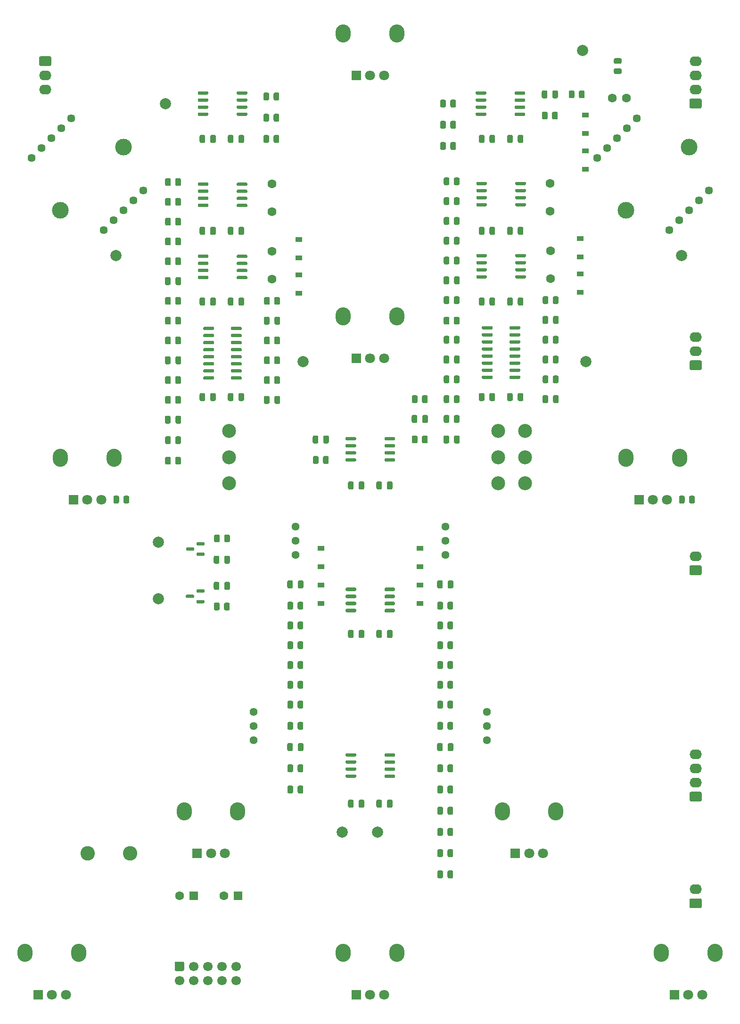
<source format=gbs>
G04 #@! TF.GenerationSoftware,KiCad,Pcbnew,6.0.5+dfsg-1~bpo11+1*
G04 #@! TF.CreationDate,2022-08-14T17:08:05+00:00*
G04 #@! TF.ProjectId,VCF_VCA_board,5643465f-5643-4415-9f62-6f6172642e6b,0*
G04 #@! TF.SameCoordinates,Original*
G04 #@! TF.FileFunction,Soldermask,Bot*
G04 #@! TF.FilePolarity,Negative*
%FSLAX46Y46*%
G04 Gerber Fmt 4.6, Leading zero omitted, Abs format (unit mm)*
G04 Created by KiCad (PCBNEW 6.0.5+dfsg-1~bpo11+1) date 2022-08-14 17:08:05*
%MOMM*%
%LPD*%
G01*
G04 APERTURE LIST*
%ADD10O,2.720000X3.240000*%
%ADD11R,1.800000X1.800000*%
%ADD12C,1.800000*%
%ADD13C,2.500000*%
%ADD14C,3.000000*%
%ADD15C,1.451600*%
%ADD16C,1.440000*%
%ADD17O,2.190000X1.740000*%
%ADD18R,1.200000X0.900000*%
%ADD19C,2.600000*%
%ADD20C,1.600000*%
%ADD21C,2.000000*%
%ADD22R,1.600000X1.600000*%
%ADD23C,1.700000*%
G04 APERTURE END LIST*
D10*
X110805000Y-100450000D03*
X101205000Y-100450000D03*
D11*
X103505000Y-107950000D03*
D12*
X106005000Y-107950000D03*
X108505000Y-107950000D03*
D10*
X101205000Y-49650000D03*
X110805000Y-49650000D03*
D11*
X103505000Y-57150000D03*
D12*
X106005000Y-57150000D03*
X108505000Y-57150000D03*
D13*
X129030000Y-130430000D03*
X129030000Y-125730000D03*
X129030000Y-121030000D03*
X133860000Y-130430000D03*
X133860000Y-125730000D03*
X133860000Y-121030000D03*
D10*
X50405000Y-125850000D03*
X60005000Y-125850000D03*
D11*
X52705000Y-133350000D03*
D12*
X55205000Y-133350000D03*
X57705000Y-133350000D03*
D10*
X110805000Y-214750000D03*
X101205000Y-214750000D03*
D11*
X103505000Y-222250000D03*
D12*
X106005000Y-222250000D03*
X108505000Y-222250000D03*
D10*
X161605000Y-125850000D03*
X152005000Y-125850000D03*
D11*
X154305000Y-133350000D03*
D12*
X156805000Y-133350000D03*
X159305000Y-133350000D03*
D10*
X82230000Y-189350000D03*
X72630000Y-189350000D03*
D11*
X74930000Y-196850000D03*
D12*
X77430000Y-196850000D03*
X79930000Y-196850000D03*
D10*
X158355000Y-214750000D03*
X167955000Y-214750000D03*
D11*
X160655000Y-222250000D03*
D12*
X163155000Y-222250000D03*
X165655000Y-222250000D03*
D13*
X80645000Y-130430000D03*
X80645000Y-125730000D03*
X80645000Y-121030000D03*
D14*
X61679672Y-70050963D03*
X50365963Y-81364672D03*
D15*
X45239439Y-71995507D03*
X47007206Y-70227740D03*
X48774973Y-68459973D03*
X50542740Y-66692206D03*
X52310507Y-64924439D03*
X65250561Y-77864493D03*
X63482794Y-79632260D03*
X61715027Y-81400027D03*
X59947260Y-83167794D03*
X58179493Y-84935561D03*
D10*
X44055000Y-214750000D03*
X53655000Y-214750000D03*
D11*
X46355000Y-222250000D03*
D12*
X48855000Y-222250000D03*
X51355000Y-222250000D03*
D10*
X129780000Y-189350000D03*
X139380000Y-189350000D03*
D11*
X132080000Y-196850000D03*
D12*
X134580000Y-196850000D03*
X137080000Y-196850000D03*
D14*
X163279672Y-70050963D03*
X151965963Y-81364672D03*
D15*
X146839439Y-71995507D03*
X148607206Y-70227740D03*
X150374973Y-68459973D03*
X152142740Y-66692206D03*
X153910507Y-64924439D03*
X166850561Y-77864493D03*
X165082794Y-79632260D03*
X163315027Y-81400027D03*
X161547260Y-83167794D03*
X159779493Y-84935561D03*
G36*
G01*
X128450000Y-97315000D02*
X128450000Y-98265000D01*
G75*
G02*
X128200000Y-98515000I-250000J0D01*
G01*
X127700000Y-98515000D01*
G75*
G02*
X127450000Y-98265000I0J250000D01*
G01*
X127450000Y-97315000D01*
G75*
G02*
X127700000Y-97065000I250000J0D01*
G01*
X128200000Y-97065000D01*
G75*
G02*
X128450000Y-97315000I0J-250000D01*
G01*
G37*
G36*
G01*
X126550000Y-97315000D02*
X126550000Y-98265000D01*
G75*
G02*
X126300000Y-98515000I-250000J0D01*
G01*
X125800000Y-98515000D01*
G75*
G02*
X125550000Y-98265000I0J250000D01*
G01*
X125550000Y-97315000D01*
G75*
G02*
X125800000Y-97065000I250000J0D01*
G01*
X126300000Y-97065000D01*
G75*
G02*
X126550000Y-97315000I0J-250000D01*
G01*
G37*
D16*
X127000000Y-171440000D03*
X127000000Y-173980000D03*
X127000000Y-176520000D03*
G36*
G01*
X165330000Y-206720000D02*
X163640000Y-206720000D01*
G75*
G02*
X163390000Y-206470000I0J250000D01*
G01*
X163390000Y-205230000D01*
G75*
G02*
X163640000Y-204980000I250000J0D01*
G01*
X165330000Y-204980000D01*
G75*
G02*
X165580000Y-205230000I0J-250000D01*
G01*
X165580000Y-206470000D01*
G75*
G02*
X165330000Y-206720000I-250000J0D01*
G01*
G37*
D17*
X164485000Y-203310000D03*
D18*
X144653000Y-74040000D03*
X144653000Y-70740000D03*
D19*
X62865000Y-196850000D03*
X55245000Y-196850000D03*
G36*
G01*
X72037000Y-104325000D02*
X72037000Y-105225000D01*
G75*
G02*
X71787000Y-105475000I-250000J0D01*
G01*
X71262000Y-105475000D01*
G75*
G02*
X71012000Y-105225000I0J250000D01*
G01*
X71012000Y-104325000D01*
G75*
G02*
X71262000Y-104075000I250000J0D01*
G01*
X71787000Y-104075000D01*
G75*
G02*
X72037000Y-104325000I0J-250000D01*
G01*
G37*
G36*
G01*
X70212000Y-104325000D02*
X70212000Y-105225000D01*
G75*
G02*
X69962000Y-105475000I-250000J0D01*
G01*
X69437000Y-105475000D01*
G75*
G02*
X69187000Y-105225000I0J250000D01*
G01*
X69187000Y-104325000D01*
G75*
G02*
X69437000Y-104075000I250000J0D01*
G01*
X69962000Y-104075000D01*
G75*
G02*
X70212000Y-104325000I0J-250000D01*
G01*
G37*
G36*
G01*
X118057000Y-149055000D02*
X118057000Y-148105000D01*
G75*
G02*
X118307000Y-147855000I250000J0D01*
G01*
X118807000Y-147855000D01*
G75*
G02*
X119057000Y-148105000I0J-250000D01*
G01*
X119057000Y-149055000D01*
G75*
G02*
X118807000Y-149305000I-250000J0D01*
G01*
X118307000Y-149305000D01*
G75*
G02*
X118057000Y-149055000I0J250000D01*
G01*
G37*
G36*
G01*
X119957000Y-149055000D02*
X119957000Y-148105000D01*
G75*
G02*
X120207000Y-147855000I250000J0D01*
G01*
X120707000Y-147855000D01*
G75*
G02*
X120957000Y-148105000I0J-250000D01*
G01*
X120957000Y-149055000D01*
G75*
G02*
X120707000Y-149305000I-250000J0D01*
G01*
X120207000Y-149305000D01*
G75*
G02*
X119957000Y-149055000I0J250000D01*
G01*
G37*
G36*
G01*
X133990000Y-76431000D02*
X133990000Y-76731000D01*
G75*
G02*
X133840000Y-76881000I-150000J0D01*
G01*
X132240000Y-76881000D01*
G75*
G02*
X132090000Y-76731000I0J150000D01*
G01*
X132090000Y-76431000D01*
G75*
G02*
X132240000Y-76281000I150000J0D01*
G01*
X133840000Y-76281000D01*
G75*
G02*
X133990000Y-76431000I0J-150000D01*
G01*
G37*
G36*
G01*
X133990000Y-77701000D02*
X133990000Y-78001000D01*
G75*
G02*
X133840000Y-78151000I-150000J0D01*
G01*
X132240000Y-78151000D01*
G75*
G02*
X132090000Y-78001000I0J150000D01*
G01*
X132090000Y-77701000D01*
G75*
G02*
X132240000Y-77551000I150000J0D01*
G01*
X133840000Y-77551000D01*
G75*
G02*
X133990000Y-77701000I0J-150000D01*
G01*
G37*
G36*
G01*
X133990000Y-78971000D02*
X133990000Y-79271000D01*
G75*
G02*
X133840000Y-79421000I-150000J0D01*
G01*
X132240000Y-79421000D01*
G75*
G02*
X132090000Y-79271000I0J150000D01*
G01*
X132090000Y-78971000D01*
G75*
G02*
X132240000Y-78821000I150000J0D01*
G01*
X133840000Y-78821000D01*
G75*
G02*
X133990000Y-78971000I0J-150000D01*
G01*
G37*
G36*
G01*
X133990000Y-80241000D02*
X133990000Y-80541000D01*
G75*
G02*
X133840000Y-80691000I-150000J0D01*
G01*
X132240000Y-80691000D01*
G75*
G02*
X132090000Y-80541000I0J150000D01*
G01*
X132090000Y-80241000D01*
G75*
G02*
X132240000Y-80091000I150000J0D01*
G01*
X133840000Y-80091000D01*
G75*
G02*
X133990000Y-80241000I0J-150000D01*
G01*
G37*
G36*
G01*
X126990000Y-80241000D02*
X126990000Y-80541000D01*
G75*
G02*
X126840000Y-80691000I-150000J0D01*
G01*
X125240000Y-80691000D01*
G75*
G02*
X125090000Y-80541000I0J150000D01*
G01*
X125090000Y-80241000D01*
G75*
G02*
X125240000Y-80091000I150000J0D01*
G01*
X126840000Y-80091000D01*
G75*
G02*
X126990000Y-80241000I0J-150000D01*
G01*
G37*
G36*
G01*
X126990000Y-78971000D02*
X126990000Y-79271000D01*
G75*
G02*
X126840000Y-79421000I-150000J0D01*
G01*
X125240000Y-79421000D01*
G75*
G02*
X125090000Y-79271000I0J150000D01*
G01*
X125090000Y-78971000D01*
G75*
G02*
X125240000Y-78821000I150000J0D01*
G01*
X126840000Y-78821000D01*
G75*
G02*
X126990000Y-78971000I0J-150000D01*
G01*
G37*
G36*
G01*
X126990000Y-77701000D02*
X126990000Y-78001000D01*
G75*
G02*
X126840000Y-78151000I-150000J0D01*
G01*
X125240000Y-78151000D01*
G75*
G02*
X125090000Y-78001000I0J150000D01*
G01*
X125090000Y-77701000D01*
G75*
G02*
X125240000Y-77551000I150000J0D01*
G01*
X126840000Y-77551000D01*
G75*
G02*
X126990000Y-77701000I0J-150000D01*
G01*
G37*
G36*
G01*
X126990000Y-76431000D02*
X126990000Y-76731000D01*
G75*
G02*
X126840000Y-76881000I-150000J0D01*
G01*
X125240000Y-76881000D01*
G75*
G02*
X125090000Y-76731000I0J150000D01*
G01*
X125090000Y-76431000D01*
G75*
G02*
X125240000Y-76281000I150000J0D01*
G01*
X126840000Y-76281000D01*
G75*
G02*
X126990000Y-76431000I0J-150000D01*
G01*
G37*
G36*
G01*
X122075000Y-97086000D02*
X122075000Y-97986000D01*
G75*
G02*
X121825000Y-98236000I-250000J0D01*
G01*
X121300000Y-98236000D01*
G75*
G02*
X121050000Y-97986000I0J250000D01*
G01*
X121050000Y-97086000D01*
G75*
G02*
X121300000Y-96836000I250000J0D01*
G01*
X121825000Y-96836000D01*
G75*
G02*
X122075000Y-97086000I0J-250000D01*
G01*
G37*
G36*
G01*
X120250000Y-97086000D02*
X120250000Y-97986000D01*
G75*
G02*
X120000000Y-98236000I-250000J0D01*
G01*
X119475000Y-98236000D01*
G75*
G02*
X119225000Y-97986000I0J250000D01*
G01*
X119225000Y-97086000D01*
G75*
G02*
X119475000Y-96836000I250000J0D01*
G01*
X120000000Y-96836000D01*
G75*
G02*
X120250000Y-97086000I0J-250000D01*
G01*
G37*
G36*
G01*
X118590000Y-70300000D02*
X118590000Y-69400000D01*
G75*
G02*
X118840000Y-69150000I250000J0D01*
G01*
X119365000Y-69150000D01*
G75*
G02*
X119615000Y-69400000I0J-250000D01*
G01*
X119615000Y-70300000D01*
G75*
G02*
X119365000Y-70550000I-250000J0D01*
G01*
X118840000Y-70550000D01*
G75*
G02*
X118590000Y-70300000I0J250000D01*
G01*
G37*
G36*
G01*
X120415000Y-70300000D02*
X120415000Y-69400000D01*
G75*
G02*
X120665000Y-69150000I250000J0D01*
G01*
X121190000Y-69150000D01*
G75*
G02*
X121440000Y-69400000I0J-250000D01*
G01*
X121440000Y-70300000D01*
G75*
G02*
X121190000Y-70550000I-250000J0D01*
G01*
X120665000Y-70550000D01*
G75*
G02*
X120415000Y-70300000I0J250000D01*
G01*
G37*
D18*
X114935000Y-148718000D03*
X114935000Y-152018000D03*
G36*
G01*
X150045000Y-54074000D02*
X150945000Y-54074000D01*
G75*
G02*
X151195000Y-54324000I0J-250000D01*
G01*
X151195000Y-54849000D01*
G75*
G02*
X150945000Y-55099000I-250000J0D01*
G01*
X150045000Y-55099000D01*
G75*
G02*
X149795000Y-54849000I0J250000D01*
G01*
X149795000Y-54324000D01*
G75*
G02*
X150045000Y-54074000I250000J0D01*
G01*
G37*
G36*
G01*
X150045000Y-55899000D02*
X150945000Y-55899000D01*
G75*
G02*
X151195000Y-56149000I0J-250000D01*
G01*
X151195000Y-56674000D01*
G75*
G02*
X150945000Y-56924000I-250000J0D01*
G01*
X150045000Y-56924000D01*
G75*
G02*
X149795000Y-56674000I0J250000D01*
G01*
X149795000Y-56149000D01*
G75*
G02*
X150045000Y-55899000I250000J0D01*
G01*
G37*
G36*
G01*
X94008000Y-184970000D02*
X94008000Y-185870000D01*
G75*
G02*
X93758000Y-186120000I-250000J0D01*
G01*
X93233000Y-186120000D01*
G75*
G02*
X92983000Y-185870000I0J250000D01*
G01*
X92983000Y-184970000D01*
G75*
G02*
X93233000Y-184720000I250000J0D01*
G01*
X93758000Y-184720000D01*
G75*
G02*
X94008000Y-184970000I0J-250000D01*
G01*
G37*
G36*
G01*
X92183000Y-184970000D02*
X92183000Y-185870000D01*
G75*
G02*
X91933000Y-186120000I-250000J0D01*
G01*
X91408000Y-186120000D01*
G75*
G02*
X91158000Y-185870000I0J250000D01*
G01*
X91158000Y-184970000D01*
G75*
G02*
X91408000Y-184720000I250000J0D01*
G01*
X91933000Y-184720000D01*
G75*
G02*
X92183000Y-184970000I0J-250000D01*
G01*
G37*
G36*
G01*
X139855000Y-107754000D02*
X139855000Y-108654000D01*
G75*
G02*
X139605000Y-108904000I-250000J0D01*
G01*
X139080000Y-108904000D01*
G75*
G02*
X138830000Y-108654000I0J250000D01*
G01*
X138830000Y-107754000D01*
G75*
G02*
X139080000Y-107504000I250000J0D01*
G01*
X139605000Y-107504000D01*
G75*
G02*
X139855000Y-107754000I0J-250000D01*
G01*
G37*
G36*
G01*
X138030000Y-107754000D02*
X138030000Y-108654000D01*
G75*
G02*
X137780000Y-108904000I-250000J0D01*
G01*
X137255000Y-108904000D01*
G75*
G02*
X137005000Y-108654000I0J250000D01*
G01*
X137005000Y-107754000D01*
G75*
G02*
X137255000Y-107504000I250000J0D01*
G01*
X137780000Y-107504000D01*
G75*
G02*
X138030000Y-107754000I0J-250000D01*
G01*
G37*
G36*
G01*
X110495000Y-122278000D02*
X110495000Y-122578000D01*
G75*
G02*
X110345000Y-122728000I-150000J0D01*
G01*
X108745000Y-122728000D01*
G75*
G02*
X108595000Y-122578000I0J150000D01*
G01*
X108595000Y-122278000D01*
G75*
G02*
X108745000Y-122128000I150000J0D01*
G01*
X110345000Y-122128000D01*
G75*
G02*
X110495000Y-122278000I0J-150000D01*
G01*
G37*
G36*
G01*
X110495000Y-123548000D02*
X110495000Y-123848000D01*
G75*
G02*
X110345000Y-123998000I-150000J0D01*
G01*
X108745000Y-123998000D01*
G75*
G02*
X108595000Y-123848000I0J150000D01*
G01*
X108595000Y-123548000D01*
G75*
G02*
X108745000Y-123398000I150000J0D01*
G01*
X110345000Y-123398000D01*
G75*
G02*
X110495000Y-123548000I0J-150000D01*
G01*
G37*
G36*
G01*
X110495000Y-124818000D02*
X110495000Y-125118000D01*
G75*
G02*
X110345000Y-125268000I-150000J0D01*
G01*
X108745000Y-125268000D01*
G75*
G02*
X108595000Y-125118000I0J150000D01*
G01*
X108595000Y-124818000D01*
G75*
G02*
X108745000Y-124668000I150000J0D01*
G01*
X110345000Y-124668000D01*
G75*
G02*
X110495000Y-124818000I0J-150000D01*
G01*
G37*
G36*
G01*
X110495000Y-126088000D02*
X110495000Y-126388000D01*
G75*
G02*
X110345000Y-126538000I-150000J0D01*
G01*
X108745000Y-126538000D01*
G75*
G02*
X108595000Y-126388000I0J150000D01*
G01*
X108595000Y-126088000D01*
G75*
G02*
X108745000Y-125938000I150000J0D01*
G01*
X110345000Y-125938000D01*
G75*
G02*
X110495000Y-126088000I0J-150000D01*
G01*
G37*
G36*
G01*
X103495000Y-126088000D02*
X103495000Y-126388000D01*
G75*
G02*
X103345000Y-126538000I-150000J0D01*
G01*
X101745000Y-126538000D01*
G75*
G02*
X101595000Y-126388000I0J150000D01*
G01*
X101595000Y-126088000D01*
G75*
G02*
X101745000Y-125938000I150000J0D01*
G01*
X103345000Y-125938000D01*
G75*
G02*
X103495000Y-126088000I0J-150000D01*
G01*
G37*
G36*
G01*
X103495000Y-124818000D02*
X103495000Y-125118000D01*
G75*
G02*
X103345000Y-125268000I-150000J0D01*
G01*
X101745000Y-125268000D01*
G75*
G02*
X101595000Y-125118000I0J150000D01*
G01*
X101595000Y-124818000D01*
G75*
G02*
X101745000Y-124668000I150000J0D01*
G01*
X103345000Y-124668000D01*
G75*
G02*
X103495000Y-124818000I0J-150000D01*
G01*
G37*
G36*
G01*
X103495000Y-123548000D02*
X103495000Y-123848000D01*
G75*
G02*
X103345000Y-123998000I-150000J0D01*
G01*
X101745000Y-123998000D01*
G75*
G02*
X101595000Y-123848000I0J150000D01*
G01*
X101595000Y-123548000D01*
G75*
G02*
X101745000Y-123398000I150000J0D01*
G01*
X103345000Y-123398000D01*
G75*
G02*
X103495000Y-123548000I0J-150000D01*
G01*
G37*
G36*
G01*
X103495000Y-122278000D02*
X103495000Y-122578000D01*
G75*
G02*
X103345000Y-122728000I-150000J0D01*
G01*
X101745000Y-122728000D01*
G75*
G02*
X101595000Y-122578000I0J150000D01*
G01*
X101595000Y-122278000D01*
G75*
G02*
X101745000Y-122128000I150000J0D01*
G01*
X103345000Y-122128000D01*
G75*
G02*
X103495000Y-122278000I0J-150000D01*
G01*
G37*
D16*
X119507000Y-138176000D03*
X119507000Y-140716000D03*
X119507000Y-143256000D03*
G36*
G01*
X91158000Y-167064000D02*
X91158000Y-166164000D01*
G75*
G02*
X91408000Y-165914000I250000J0D01*
G01*
X91933000Y-165914000D01*
G75*
G02*
X92183000Y-166164000I0J-250000D01*
G01*
X92183000Y-167064000D01*
G75*
G02*
X91933000Y-167314000I-250000J0D01*
G01*
X91408000Y-167314000D01*
G75*
G02*
X91158000Y-167064000I0J250000D01*
G01*
G37*
G36*
G01*
X92983000Y-167064000D02*
X92983000Y-166164000D01*
G75*
G02*
X93233000Y-165914000I250000J0D01*
G01*
X93758000Y-165914000D01*
G75*
G02*
X94008000Y-166164000I0J-250000D01*
G01*
X94008000Y-167064000D01*
G75*
G02*
X93758000Y-167314000I-250000J0D01*
G01*
X93233000Y-167314000D01*
G75*
G02*
X92983000Y-167064000I0J250000D01*
G01*
G37*
G36*
G01*
X83365000Y-97315000D02*
X83365000Y-98265000D01*
G75*
G02*
X83115000Y-98515000I-250000J0D01*
G01*
X82615000Y-98515000D01*
G75*
G02*
X82365000Y-98265000I0J250000D01*
G01*
X82365000Y-97315000D01*
G75*
G02*
X82615000Y-97065000I250000J0D01*
G01*
X83115000Y-97065000D01*
G75*
G02*
X83365000Y-97315000I0J-250000D01*
G01*
G37*
G36*
G01*
X81465000Y-97315000D02*
X81465000Y-98265000D01*
G75*
G02*
X81215000Y-98515000I-250000J0D01*
G01*
X80715000Y-98515000D01*
G75*
G02*
X80465000Y-98265000I0J250000D01*
G01*
X80465000Y-97315000D01*
G75*
G02*
X80715000Y-97065000I250000J0D01*
G01*
X81215000Y-97065000D01*
G75*
G02*
X81465000Y-97315000I0J-250000D01*
G01*
G37*
G36*
G01*
X110035000Y-157005000D02*
X110035000Y-157955000D01*
G75*
G02*
X109785000Y-158205000I-250000J0D01*
G01*
X109285000Y-158205000D01*
G75*
G02*
X109035000Y-157955000I0J250000D01*
G01*
X109035000Y-157005000D01*
G75*
G02*
X109285000Y-156755000I250000J0D01*
G01*
X109785000Y-156755000D01*
G75*
G02*
X110035000Y-157005000I0J-250000D01*
G01*
G37*
G36*
G01*
X108135000Y-157005000D02*
X108135000Y-157955000D01*
G75*
G02*
X107885000Y-158205000I-250000J0D01*
G01*
X107385000Y-158205000D01*
G75*
G02*
X107135000Y-157955000I0J250000D01*
G01*
X107135000Y-157005000D01*
G75*
G02*
X107385000Y-156755000I250000J0D01*
G01*
X107885000Y-156755000D01*
G75*
G02*
X108135000Y-157005000I0J-250000D01*
G01*
G37*
G36*
G01*
X104955000Y-130335000D02*
X104955000Y-131285000D01*
G75*
G02*
X104705000Y-131535000I-250000J0D01*
G01*
X104205000Y-131535000D01*
G75*
G02*
X103955000Y-131285000I0J250000D01*
G01*
X103955000Y-130335000D01*
G75*
G02*
X104205000Y-130085000I250000J0D01*
G01*
X104705000Y-130085000D01*
G75*
G02*
X104955000Y-130335000I0J-250000D01*
G01*
G37*
G36*
G01*
X103055000Y-130335000D02*
X103055000Y-131285000D01*
G75*
G02*
X102805000Y-131535000I-250000J0D01*
G01*
X102305000Y-131535000D01*
G75*
G02*
X102055000Y-131285000I0J250000D01*
G01*
X102055000Y-130335000D01*
G75*
G02*
X102305000Y-130085000I250000J0D01*
G01*
X102805000Y-130085000D01*
G75*
G02*
X103055000Y-130335000I0J-250000D01*
G01*
G37*
G36*
G01*
X122100000Y-107729000D02*
X122100000Y-108679000D01*
G75*
G02*
X121850000Y-108929000I-250000J0D01*
G01*
X121350000Y-108929000D01*
G75*
G02*
X121100000Y-108679000I0J250000D01*
G01*
X121100000Y-107729000D01*
G75*
G02*
X121350000Y-107479000I250000J0D01*
G01*
X121850000Y-107479000D01*
G75*
G02*
X122100000Y-107729000I0J-250000D01*
G01*
G37*
G36*
G01*
X120200000Y-107729000D02*
X120200000Y-108679000D01*
G75*
G02*
X119950000Y-108929000I-250000J0D01*
G01*
X119450000Y-108929000D01*
G75*
G02*
X119200000Y-108679000I0J250000D01*
G01*
X119200000Y-107729000D01*
G75*
G02*
X119450000Y-107479000I250000J0D01*
G01*
X119950000Y-107479000D01*
G75*
G02*
X120200000Y-107729000I0J-250000D01*
G01*
G37*
G36*
G01*
X98580000Y-125788000D02*
X98580000Y-126688000D01*
G75*
G02*
X98330000Y-126938000I-250000J0D01*
G01*
X97805000Y-126938000D01*
G75*
G02*
X97555000Y-126688000I0J250000D01*
G01*
X97555000Y-125788000D01*
G75*
G02*
X97805000Y-125538000I250000J0D01*
G01*
X98330000Y-125538000D01*
G75*
G02*
X98580000Y-125788000I0J-250000D01*
G01*
G37*
G36*
G01*
X96755000Y-125788000D02*
X96755000Y-126688000D01*
G75*
G02*
X96505000Y-126938000I-250000J0D01*
G01*
X95980000Y-126938000D01*
G75*
G02*
X95730000Y-126688000I0J250000D01*
G01*
X95730000Y-125788000D01*
G75*
G02*
X95980000Y-125538000I250000J0D01*
G01*
X96505000Y-125538000D01*
G75*
G02*
X96755000Y-125788000I0J-250000D01*
G01*
G37*
G36*
G01*
X86942000Y-101694000D02*
X86942000Y-100744000D01*
G75*
G02*
X87192000Y-100494000I250000J0D01*
G01*
X87692000Y-100494000D01*
G75*
G02*
X87942000Y-100744000I0J-250000D01*
G01*
X87942000Y-101694000D01*
G75*
G02*
X87692000Y-101944000I-250000J0D01*
G01*
X87192000Y-101944000D01*
G75*
G02*
X86942000Y-101694000I0J250000D01*
G01*
G37*
G36*
G01*
X88842000Y-101694000D02*
X88842000Y-100744000D01*
G75*
G02*
X89092000Y-100494000I250000J0D01*
G01*
X89592000Y-100494000D01*
G75*
G02*
X89842000Y-100744000I0J-250000D01*
G01*
X89842000Y-101694000D01*
G75*
G02*
X89592000Y-101944000I-250000J0D01*
G01*
X89092000Y-101944000D01*
G75*
G02*
X88842000Y-101694000I0J250000D01*
G01*
G37*
G36*
G01*
X91158000Y-170620000D02*
X91158000Y-169720000D01*
G75*
G02*
X91408000Y-169470000I250000J0D01*
G01*
X91933000Y-169470000D01*
G75*
G02*
X92183000Y-169720000I0J-250000D01*
G01*
X92183000Y-170620000D01*
G75*
G02*
X91933000Y-170870000I-250000J0D01*
G01*
X91408000Y-170870000D01*
G75*
G02*
X91158000Y-170620000I0J250000D01*
G01*
G37*
G36*
G01*
X92983000Y-170620000D02*
X92983000Y-169720000D01*
G75*
G02*
X93233000Y-169470000I250000J0D01*
G01*
X93758000Y-169470000D01*
G75*
G02*
X94008000Y-169720000I0J-250000D01*
G01*
X94008000Y-170620000D01*
G75*
G02*
X93758000Y-170870000I-250000J0D01*
G01*
X93233000Y-170870000D01*
G75*
G02*
X92983000Y-170620000I0J250000D01*
G01*
G37*
G36*
G01*
X120932000Y-155496000D02*
X120932000Y-156396000D01*
G75*
G02*
X120682000Y-156646000I-250000J0D01*
G01*
X120157000Y-156646000D01*
G75*
G02*
X119907000Y-156396000I0J250000D01*
G01*
X119907000Y-155496000D01*
G75*
G02*
X120157000Y-155246000I250000J0D01*
G01*
X120682000Y-155246000D01*
G75*
G02*
X120932000Y-155496000I0J-250000D01*
G01*
G37*
G36*
G01*
X119107000Y-155496000D02*
X119107000Y-156396000D01*
G75*
G02*
X118857000Y-156646000I-250000J0D01*
G01*
X118332000Y-156646000D01*
G75*
G02*
X118082000Y-156396000I0J250000D01*
G01*
X118082000Y-155496000D01*
G75*
G02*
X118332000Y-155246000I250000J0D01*
G01*
X118857000Y-155246000D01*
G75*
G02*
X119107000Y-155496000I0J-250000D01*
G01*
G37*
G36*
G01*
X89817000Y-104325000D02*
X89817000Y-105225000D01*
G75*
G02*
X89567000Y-105475000I-250000J0D01*
G01*
X89042000Y-105475000D01*
G75*
G02*
X88792000Y-105225000I0J250000D01*
G01*
X88792000Y-104325000D01*
G75*
G02*
X89042000Y-104075000I250000J0D01*
G01*
X89567000Y-104075000D01*
G75*
G02*
X89817000Y-104325000I0J-250000D01*
G01*
G37*
G36*
G01*
X87992000Y-104325000D02*
X87992000Y-105225000D01*
G75*
G02*
X87742000Y-105475000I-250000J0D01*
G01*
X87217000Y-105475000D01*
G75*
G02*
X86967000Y-105225000I0J250000D01*
G01*
X86967000Y-104325000D01*
G75*
G02*
X87217000Y-104075000I250000J0D01*
G01*
X87742000Y-104075000D01*
G75*
G02*
X87992000Y-104325000I0J-250000D01*
G01*
G37*
G36*
G01*
X110035000Y-187485000D02*
X110035000Y-188435000D01*
G75*
G02*
X109785000Y-188685000I-250000J0D01*
G01*
X109285000Y-188685000D01*
G75*
G02*
X109035000Y-188435000I0J250000D01*
G01*
X109035000Y-187485000D01*
G75*
G02*
X109285000Y-187235000I250000J0D01*
G01*
X109785000Y-187235000D01*
G75*
G02*
X110035000Y-187485000I0J-250000D01*
G01*
G37*
G36*
G01*
X108135000Y-187485000D02*
X108135000Y-188435000D01*
G75*
G02*
X107885000Y-188685000I-250000J0D01*
G01*
X107385000Y-188685000D01*
G75*
G02*
X107135000Y-188435000I0J250000D01*
G01*
X107135000Y-187485000D01*
G75*
G02*
X107385000Y-187235000I250000J0D01*
G01*
X107885000Y-187235000D01*
G75*
G02*
X108135000Y-187485000I0J-250000D01*
G01*
G37*
G36*
G01*
X76274800Y-149623600D02*
X76274800Y-149923600D01*
G75*
G02*
X76124800Y-150073600I-150000J0D01*
G01*
X74949800Y-150073600D01*
G75*
G02*
X74799800Y-149923600I0J150000D01*
G01*
X74799800Y-149623600D01*
G75*
G02*
X74949800Y-149473600I150000J0D01*
G01*
X76124800Y-149473600D01*
G75*
G02*
X76274800Y-149623600I0J-150000D01*
G01*
G37*
G36*
G01*
X76274800Y-151523600D02*
X76274800Y-151823600D01*
G75*
G02*
X76124800Y-151973600I-150000J0D01*
G01*
X74949800Y-151973600D01*
G75*
G02*
X74799800Y-151823600I0J150000D01*
G01*
X74799800Y-151523600D01*
G75*
G02*
X74949800Y-151373600I150000J0D01*
G01*
X76124800Y-151373600D01*
G75*
G02*
X76274800Y-151523600I0J-150000D01*
G01*
G37*
G36*
G01*
X74399800Y-150573600D02*
X74399800Y-150873600D01*
G75*
G02*
X74249800Y-151023600I-150000J0D01*
G01*
X73074800Y-151023600D01*
G75*
G02*
X72924800Y-150873600I0J150000D01*
G01*
X72924800Y-150573600D01*
G75*
G02*
X73074800Y-150423600I150000J0D01*
G01*
X74249800Y-150423600D01*
G75*
G02*
X74399800Y-150573600I0J-150000D01*
G01*
G37*
G36*
G01*
X78285000Y-84615000D02*
X78285000Y-85565000D01*
G75*
G02*
X78035000Y-85815000I-250000J0D01*
G01*
X77535000Y-85815000D01*
G75*
G02*
X77285000Y-85565000I0J250000D01*
G01*
X77285000Y-84615000D01*
G75*
G02*
X77535000Y-84365000I250000J0D01*
G01*
X78035000Y-84365000D01*
G75*
G02*
X78285000Y-84615000I0J-250000D01*
G01*
G37*
G36*
G01*
X76385000Y-84615000D02*
X76385000Y-85565000D01*
G75*
G02*
X76135000Y-85815000I-250000J0D01*
G01*
X75635000Y-85815000D01*
G75*
G02*
X75385000Y-85565000I0J250000D01*
G01*
X75385000Y-84615000D01*
G75*
G02*
X75635000Y-84365000I250000J0D01*
G01*
X76135000Y-84365000D01*
G75*
G02*
X76385000Y-84615000I0J-250000D01*
G01*
G37*
G36*
G01*
X120932000Y-192590000D02*
X120932000Y-193490000D01*
G75*
G02*
X120682000Y-193740000I-250000J0D01*
G01*
X120157000Y-193740000D01*
G75*
G02*
X119907000Y-193490000I0J250000D01*
G01*
X119907000Y-192590000D01*
G75*
G02*
X120157000Y-192340000I250000J0D01*
G01*
X120682000Y-192340000D01*
G75*
G02*
X120932000Y-192590000I0J-250000D01*
G01*
G37*
G36*
G01*
X119107000Y-192590000D02*
X119107000Y-193490000D01*
G75*
G02*
X118857000Y-193740000I-250000J0D01*
G01*
X118332000Y-193740000D01*
G75*
G02*
X118082000Y-193490000I0J250000D01*
G01*
X118082000Y-192590000D01*
G75*
G02*
X118332000Y-192340000I250000J0D01*
G01*
X118857000Y-192340000D01*
G75*
G02*
X119107000Y-192590000I0J-250000D01*
G01*
G37*
D20*
X138303000Y-81581000D03*
X138303000Y-76581000D03*
G36*
G01*
X78285000Y-114460000D02*
X78285000Y-115410000D01*
G75*
G02*
X78035000Y-115660000I-250000J0D01*
G01*
X77535000Y-115660000D01*
G75*
G02*
X77285000Y-115410000I0J250000D01*
G01*
X77285000Y-114460000D01*
G75*
G02*
X77535000Y-114210000I250000J0D01*
G01*
X78035000Y-114210000D01*
G75*
G02*
X78285000Y-114460000I0J-250000D01*
G01*
G37*
G36*
G01*
X76385000Y-114460000D02*
X76385000Y-115410000D01*
G75*
G02*
X76135000Y-115660000I-250000J0D01*
G01*
X75635000Y-115660000D01*
G75*
G02*
X75385000Y-115410000I0J250000D01*
G01*
X75385000Y-114460000D01*
G75*
G02*
X75635000Y-114210000I250000J0D01*
G01*
X76135000Y-114210000D01*
G75*
G02*
X76385000Y-114460000I0J-250000D01*
G01*
G37*
G36*
G01*
X80837500Y-139885000D02*
X80837500Y-140785000D01*
G75*
G02*
X80587500Y-141035000I-250000J0D01*
G01*
X80062500Y-141035000D01*
G75*
G02*
X79812500Y-140785000I0J250000D01*
G01*
X79812500Y-139885000D01*
G75*
G02*
X80062500Y-139635000I250000J0D01*
G01*
X80587500Y-139635000D01*
G75*
G02*
X80837500Y-139885000I0J-250000D01*
G01*
G37*
G36*
G01*
X79012500Y-139885000D02*
X79012500Y-140785000D01*
G75*
G02*
X78762500Y-141035000I-250000J0D01*
G01*
X78237500Y-141035000D01*
G75*
G02*
X77987500Y-140785000I0J250000D01*
G01*
X77987500Y-139885000D01*
G75*
G02*
X78237500Y-139635000I250000J0D01*
G01*
X78762500Y-139635000D01*
G75*
G02*
X79012500Y-139885000I0J-250000D01*
G01*
G37*
G36*
G01*
X72037000Y-125915000D02*
X72037000Y-126815000D01*
G75*
G02*
X71787000Y-127065000I-250000J0D01*
G01*
X71262000Y-127065000D01*
G75*
G02*
X71012000Y-126815000I0J250000D01*
G01*
X71012000Y-125915000D01*
G75*
G02*
X71262000Y-125665000I250000J0D01*
G01*
X71787000Y-125665000D01*
G75*
G02*
X72037000Y-125915000I0J-250000D01*
G01*
G37*
G36*
G01*
X70212000Y-125915000D02*
X70212000Y-126815000D01*
G75*
G02*
X69962000Y-127065000I-250000J0D01*
G01*
X69437000Y-127065000D01*
G75*
G02*
X69187000Y-126815000I0J250000D01*
G01*
X69187000Y-125915000D01*
G75*
G02*
X69437000Y-125665000I250000J0D01*
G01*
X69962000Y-125665000D01*
G75*
G02*
X70212000Y-125915000I0J-250000D01*
G01*
G37*
G36*
G01*
X122075000Y-100769000D02*
X122075000Y-101669000D01*
G75*
G02*
X121825000Y-101919000I-250000J0D01*
G01*
X121300000Y-101919000D01*
G75*
G02*
X121050000Y-101669000I0J250000D01*
G01*
X121050000Y-100769000D01*
G75*
G02*
X121300000Y-100519000I250000J0D01*
G01*
X121825000Y-100519000D01*
G75*
G02*
X122075000Y-100769000I0J-250000D01*
G01*
G37*
G36*
G01*
X120250000Y-100769000D02*
X120250000Y-101669000D01*
G75*
G02*
X120000000Y-101919000I-250000J0D01*
G01*
X119475000Y-101919000D01*
G75*
G02*
X119225000Y-101669000I0J250000D01*
G01*
X119225000Y-100769000D01*
G75*
G02*
X119475000Y-100519000I250000J0D01*
G01*
X120000000Y-100519000D01*
G75*
G02*
X120250000Y-100769000I0J-250000D01*
G01*
G37*
D21*
X144145000Y-52705000D03*
G36*
G01*
X122075000Y-75750000D02*
X122075000Y-76650000D01*
G75*
G02*
X121825000Y-76900000I-250000J0D01*
G01*
X121300000Y-76900000D01*
G75*
G02*
X121050000Y-76650000I0J250000D01*
G01*
X121050000Y-75750000D01*
G75*
G02*
X121300000Y-75500000I250000J0D01*
G01*
X121825000Y-75500000D01*
G75*
G02*
X122075000Y-75750000I0J-250000D01*
G01*
G37*
G36*
G01*
X120250000Y-75750000D02*
X120250000Y-76650000D01*
G75*
G02*
X120000000Y-76900000I-250000J0D01*
G01*
X119475000Y-76900000D01*
G75*
G02*
X119225000Y-76650000I0J250000D01*
G01*
X119225000Y-75750000D01*
G75*
G02*
X119475000Y-75500000I250000J0D01*
G01*
X120000000Y-75500000D01*
G75*
G02*
X120250000Y-75750000I0J-250000D01*
G01*
G37*
G36*
G01*
X72037000Y-82989000D02*
X72037000Y-83889000D01*
G75*
G02*
X71787000Y-84139000I-250000J0D01*
G01*
X71262000Y-84139000D01*
G75*
G02*
X71012000Y-83889000I0J250000D01*
G01*
X71012000Y-82989000D01*
G75*
G02*
X71262000Y-82739000I250000J0D01*
G01*
X71787000Y-82739000D01*
G75*
G02*
X72037000Y-82989000I0J-250000D01*
G01*
G37*
G36*
G01*
X70212000Y-82989000D02*
X70212000Y-83889000D01*
G75*
G02*
X69962000Y-84139000I-250000J0D01*
G01*
X69437000Y-84139000D01*
G75*
G02*
X69187000Y-83889000I0J250000D01*
G01*
X69187000Y-82989000D01*
G75*
G02*
X69437000Y-82739000I250000J0D01*
G01*
X69962000Y-82739000D01*
G75*
G02*
X70212000Y-82989000I0J-250000D01*
G01*
G37*
G36*
G01*
X78285000Y-68105000D02*
X78285000Y-69055000D01*
G75*
G02*
X78035000Y-69305000I-250000J0D01*
G01*
X77535000Y-69305000D01*
G75*
G02*
X77285000Y-69055000I0J250000D01*
G01*
X77285000Y-68105000D01*
G75*
G02*
X77535000Y-67855000I250000J0D01*
G01*
X78035000Y-67855000D01*
G75*
G02*
X78285000Y-68105000I0J-250000D01*
G01*
G37*
G36*
G01*
X76385000Y-68105000D02*
X76385000Y-69055000D01*
G75*
G02*
X76135000Y-69305000I-250000J0D01*
G01*
X75635000Y-69305000D01*
G75*
G02*
X75385000Y-69055000I0J250000D01*
G01*
X75385000Y-68105000D01*
G75*
G02*
X75635000Y-67855000I250000J0D01*
G01*
X76135000Y-67855000D01*
G75*
G02*
X76385000Y-68105000I0J-250000D01*
G01*
G37*
G36*
G01*
X89817000Y-111437000D02*
X89817000Y-112337000D01*
G75*
G02*
X89567000Y-112587000I-250000J0D01*
G01*
X89042000Y-112587000D01*
G75*
G02*
X88792000Y-112337000I0J250000D01*
G01*
X88792000Y-111437000D01*
G75*
G02*
X89042000Y-111187000I250000J0D01*
G01*
X89567000Y-111187000D01*
G75*
G02*
X89817000Y-111437000I0J-250000D01*
G01*
G37*
G36*
G01*
X87992000Y-111437000D02*
X87992000Y-112337000D01*
G75*
G02*
X87742000Y-112587000I-250000J0D01*
G01*
X87217000Y-112587000D01*
G75*
G02*
X86967000Y-112337000I0J250000D01*
G01*
X86967000Y-111437000D01*
G75*
G02*
X87217000Y-111187000I250000J0D01*
G01*
X87742000Y-111187000D01*
G75*
G02*
X87992000Y-111437000I0J-250000D01*
G01*
G37*
G36*
G01*
X141704000Y-61029000D02*
X141704000Y-60129000D01*
G75*
G02*
X141954000Y-59879000I250000J0D01*
G01*
X142479000Y-59879000D01*
G75*
G02*
X142729000Y-60129000I0J-250000D01*
G01*
X142729000Y-61029000D01*
G75*
G02*
X142479000Y-61279000I-250000J0D01*
G01*
X141954000Y-61279000D01*
G75*
G02*
X141704000Y-61029000I0J250000D01*
G01*
G37*
G36*
G01*
X143529000Y-61029000D02*
X143529000Y-60129000D01*
G75*
G02*
X143779000Y-59879000I250000J0D01*
G01*
X144304000Y-59879000D01*
G75*
G02*
X144554000Y-60129000I0J-250000D01*
G01*
X144554000Y-61029000D01*
G75*
G02*
X144304000Y-61279000I-250000J0D01*
G01*
X143779000Y-61279000D01*
G75*
G02*
X143529000Y-61029000I0J250000D01*
G01*
G37*
D18*
X144653000Y-64263000D03*
X144653000Y-67563000D03*
X93218000Y-86615000D03*
X93218000Y-89915000D03*
G36*
G01*
X83365000Y-114460000D02*
X83365000Y-115410000D01*
G75*
G02*
X83115000Y-115660000I-250000J0D01*
G01*
X82615000Y-115660000D01*
G75*
G02*
X82365000Y-115410000I0J250000D01*
G01*
X82365000Y-114460000D01*
G75*
G02*
X82615000Y-114210000I250000J0D01*
G01*
X83115000Y-114210000D01*
G75*
G02*
X83365000Y-114460000I0J-250000D01*
G01*
G37*
G36*
G01*
X81465000Y-114460000D02*
X81465000Y-115410000D01*
G75*
G02*
X81215000Y-115660000I-250000J0D01*
G01*
X80715000Y-115660000D01*
G75*
G02*
X80465000Y-115410000I0J250000D01*
G01*
X80465000Y-114460000D01*
G75*
G02*
X80715000Y-114210000I250000J0D01*
G01*
X81215000Y-114210000D01*
G75*
G02*
X81465000Y-114460000I0J-250000D01*
G01*
G37*
G36*
G01*
X72037000Y-114993000D02*
X72037000Y-115893000D01*
G75*
G02*
X71787000Y-116143000I-250000J0D01*
G01*
X71262000Y-116143000D01*
G75*
G02*
X71012000Y-115893000I0J250000D01*
G01*
X71012000Y-114993000D01*
G75*
G02*
X71262000Y-114743000I250000J0D01*
G01*
X71787000Y-114743000D01*
G75*
G02*
X72037000Y-114993000I0J-250000D01*
G01*
G37*
G36*
G01*
X70212000Y-114993000D02*
X70212000Y-115893000D01*
G75*
G02*
X69962000Y-116143000I-250000J0D01*
G01*
X69437000Y-116143000D01*
G75*
G02*
X69187000Y-115893000I0J250000D01*
G01*
X69187000Y-114993000D01*
G75*
G02*
X69437000Y-114743000I250000J0D01*
G01*
X69962000Y-114743000D01*
G75*
G02*
X70212000Y-114993000I0J-250000D01*
G01*
G37*
G36*
G01*
X80825000Y-148369000D02*
X80825000Y-149319000D01*
G75*
G02*
X80575000Y-149569000I-250000J0D01*
G01*
X80075000Y-149569000D01*
G75*
G02*
X79825000Y-149319000I0J250000D01*
G01*
X79825000Y-148369000D01*
G75*
G02*
X80075000Y-148119000I250000J0D01*
G01*
X80575000Y-148119000D01*
G75*
G02*
X80825000Y-148369000I0J-250000D01*
G01*
G37*
G36*
G01*
X78925000Y-148369000D02*
X78925000Y-149319000D01*
G75*
G02*
X78675000Y-149569000I-250000J0D01*
G01*
X78175000Y-149569000D01*
G75*
G02*
X77925000Y-149319000I0J250000D01*
G01*
X77925000Y-148369000D01*
G75*
G02*
X78175000Y-148119000I250000J0D01*
G01*
X78675000Y-148119000D01*
G75*
G02*
X78925000Y-148369000I0J-250000D01*
G01*
G37*
G36*
G01*
X110495000Y-149319000D02*
X110495000Y-149619000D01*
G75*
G02*
X110345000Y-149769000I-150000J0D01*
G01*
X108745000Y-149769000D01*
G75*
G02*
X108595000Y-149619000I0J150000D01*
G01*
X108595000Y-149319000D01*
G75*
G02*
X108745000Y-149169000I150000J0D01*
G01*
X110345000Y-149169000D01*
G75*
G02*
X110495000Y-149319000I0J-150000D01*
G01*
G37*
G36*
G01*
X110495000Y-150589000D02*
X110495000Y-150889000D01*
G75*
G02*
X110345000Y-151039000I-150000J0D01*
G01*
X108745000Y-151039000D01*
G75*
G02*
X108595000Y-150889000I0J150000D01*
G01*
X108595000Y-150589000D01*
G75*
G02*
X108745000Y-150439000I150000J0D01*
G01*
X110345000Y-150439000D01*
G75*
G02*
X110495000Y-150589000I0J-150000D01*
G01*
G37*
G36*
G01*
X110495000Y-151859000D02*
X110495000Y-152159000D01*
G75*
G02*
X110345000Y-152309000I-150000J0D01*
G01*
X108745000Y-152309000D01*
G75*
G02*
X108595000Y-152159000I0J150000D01*
G01*
X108595000Y-151859000D01*
G75*
G02*
X108745000Y-151709000I150000J0D01*
G01*
X110345000Y-151709000D01*
G75*
G02*
X110495000Y-151859000I0J-150000D01*
G01*
G37*
G36*
G01*
X110495000Y-153129000D02*
X110495000Y-153429000D01*
G75*
G02*
X110345000Y-153579000I-150000J0D01*
G01*
X108745000Y-153579000D01*
G75*
G02*
X108595000Y-153429000I0J150000D01*
G01*
X108595000Y-153129000D01*
G75*
G02*
X108745000Y-152979000I150000J0D01*
G01*
X110345000Y-152979000D01*
G75*
G02*
X110495000Y-153129000I0J-150000D01*
G01*
G37*
G36*
G01*
X103495000Y-153129000D02*
X103495000Y-153429000D01*
G75*
G02*
X103345000Y-153579000I-150000J0D01*
G01*
X101745000Y-153579000D01*
G75*
G02*
X101595000Y-153429000I0J150000D01*
G01*
X101595000Y-153129000D01*
G75*
G02*
X101745000Y-152979000I150000J0D01*
G01*
X103345000Y-152979000D01*
G75*
G02*
X103495000Y-153129000I0J-150000D01*
G01*
G37*
G36*
G01*
X103495000Y-151859000D02*
X103495000Y-152159000D01*
G75*
G02*
X103345000Y-152309000I-150000J0D01*
G01*
X101745000Y-152309000D01*
G75*
G02*
X101595000Y-152159000I0J150000D01*
G01*
X101595000Y-151859000D01*
G75*
G02*
X101745000Y-151709000I150000J0D01*
G01*
X103345000Y-151709000D01*
G75*
G02*
X103495000Y-151859000I0J-150000D01*
G01*
G37*
G36*
G01*
X103495000Y-150589000D02*
X103495000Y-150889000D01*
G75*
G02*
X103345000Y-151039000I-150000J0D01*
G01*
X101745000Y-151039000D01*
G75*
G02*
X101595000Y-150889000I0J150000D01*
G01*
X101595000Y-150589000D01*
G75*
G02*
X101745000Y-150439000I150000J0D01*
G01*
X103345000Y-150439000D01*
G75*
G02*
X103495000Y-150589000I0J-150000D01*
G01*
G37*
G36*
G01*
X103495000Y-149319000D02*
X103495000Y-149619000D01*
G75*
G02*
X103345000Y-149769000I-150000J0D01*
G01*
X101745000Y-149769000D01*
G75*
G02*
X101595000Y-149619000I0J150000D01*
G01*
X101595000Y-149319000D01*
G75*
G02*
X101745000Y-149169000I150000J0D01*
G01*
X103345000Y-149169000D01*
G75*
G02*
X103495000Y-149319000I0J-150000D01*
G01*
G37*
G36*
G01*
X120932000Y-184970000D02*
X120932000Y-185870000D01*
G75*
G02*
X120682000Y-186120000I-250000J0D01*
G01*
X120157000Y-186120000D01*
G75*
G02*
X119907000Y-185870000I0J250000D01*
G01*
X119907000Y-184970000D01*
G75*
G02*
X120157000Y-184720000I250000J0D01*
G01*
X120682000Y-184720000D01*
G75*
G02*
X120932000Y-184970000I0J-250000D01*
G01*
G37*
G36*
G01*
X119107000Y-184970000D02*
X119107000Y-185870000D01*
G75*
G02*
X118857000Y-186120000I-250000J0D01*
G01*
X118332000Y-186120000D01*
G75*
G02*
X118082000Y-185870000I0J250000D01*
G01*
X118082000Y-184970000D01*
G75*
G02*
X118332000Y-184720000I250000J0D01*
G01*
X118857000Y-184720000D01*
G75*
G02*
X119107000Y-184970000I0J-250000D01*
G01*
G37*
G36*
G01*
X132990000Y-102339000D02*
X132990000Y-102639000D01*
G75*
G02*
X132840000Y-102789000I-150000J0D01*
G01*
X131190000Y-102789000D01*
G75*
G02*
X131040000Y-102639000I0J150000D01*
G01*
X131040000Y-102339000D01*
G75*
G02*
X131190000Y-102189000I150000J0D01*
G01*
X132840000Y-102189000D01*
G75*
G02*
X132990000Y-102339000I0J-150000D01*
G01*
G37*
G36*
G01*
X132990000Y-103609000D02*
X132990000Y-103909000D01*
G75*
G02*
X132840000Y-104059000I-150000J0D01*
G01*
X131190000Y-104059000D01*
G75*
G02*
X131040000Y-103909000I0J150000D01*
G01*
X131040000Y-103609000D01*
G75*
G02*
X131190000Y-103459000I150000J0D01*
G01*
X132840000Y-103459000D01*
G75*
G02*
X132990000Y-103609000I0J-150000D01*
G01*
G37*
G36*
G01*
X132990000Y-104879000D02*
X132990000Y-105179000D01*
G75*
G02*
X132840000Y-105329000I-150000J0D01*
G01*
X131190000Y-105329000D01*
G75*
G02*
X131040000Y-105179000I0J150000D01*
G01*
X131040000Y-104879000D01*
G75*
G02*
X131190000Y-104729000I150000J0D01*
G01*
X132840000Y-104729000D01*
G75*
G02*
X132990000Y-104879000I0J-150000D01*
G01*
G37*
G36*
G01*
X132990000Y-106149000D02*
X132990000Y-106449000D01*
G75*
G02*
X132840000Y-106599000I-150000J0D01*
G01*
X131190000Y-106599000D01*
G75*
G02*
X131040000Y-106449000I0J150000D01*
G01*
X131040000Y-106149000D01*
G75*
G02*
X131190000Y-105999000I150000J0D01*
G01*
X132840000Y-105999000D01*
G75*
G02*
X132990000Y-106149000I0J-150000D01*
G01*
G37*
G36*
G01*
X132990000Y-107419000D02*
X132990000Y-107719000D01*
G75*
G02*
X132840000Y-107869000I-150000J0D01*
G01*
X131190000Y-107869000D01*
G75*
G02*
X131040000Y-107719000I0J150000D01*
G01*
X131040000Y-107419000D01*
G75*
G02*
X131190000Y-107269000I150000J0D01*
G01*
X132840000Y-107269000D01*
G75*
G02*
X132990000Y-107419000I0J-150000D01*
G01*
G37*
G36*
G01*
X132990000Y-108689000D02*
X132990000Y-108989000D01*
G75*
G02*
X132840000Y-109139000I-150000J0D01*
G01*
X131190000Y-109139000D01*
G75*
G02*
X131040000Y-108989000I0J150000D01*
G01*
X131040000Y-108689000D01*
G75*
G02*
X131190000Y-108539000I150000J0D01*
G01*
X132840000Y-108539000D01*
G75*
G02*
X132990000Y-108689000I0J-150000D01*
G01*
G37*
G36*
G01*
X132990000Y-109959000D02*
X132990000Y-110259000D01*
G75*
G02*
X132840000Y-110409000I-150000J0D01*
G01*
X131190000Y-110409000D01*
G75*
G02*
X131040000Y-110259000I0J150000D01*
G01*
X131040000Y-109959000D01*
G75*
G02*
X131190000Y-109809000I150000J0D01*
G01*
X132840000Y-109809000D01*
G75*
G02*
X132990000Y-109959000I0J-150000D01*
G01*
G37*
G36*
G01*
X132990000Y-111229000D02*
X132990000Y-111529000D01*
G75*
G02*
X132840000Y-111679000I-150000J0D01*
G01*
X131190000Y-111679000D01*
G75*
G02*
X131040000Y-111529000I0J150000D01*
G01*
X131040000Y-111229000D01*
G75*
G02*
X131190000Y-111079000I150000J0D01*
G01*
X132840000Y-111079000D01*
G75*
G02*
X132990000Y-111229000I0J-150000D01*
G01*
G37*
G36*
G01*
X128040000Y-111229000D02*
X128040000Y-111529000D01*
G75*
G02*
X127890000Y-111679000I-150000J0D01*
G01*
X126240000Y-111679000D01*
G75*
G02*
X126090000Y-111529000I0J150000D01*
G01*
X126090000Y-111229000D01*
G75*
G02*
X126240000Y-111079000I150000J0D01*
G01*
X127890000Y-111079000D01*
G75*
G02*
X128040000Y-111229000I0J-150000D01*
G01*
G37*
G36*
G01*
X128040000Y-109959000D02*
X128040000Y-110259000D01*
G75*
G02*
X127890000Y-110409000I-150000J0D01*
G01*
X126240000Y-110409000D01*
G75*
G02*
X126090000Y-110259000I0J150000D01*
G01*
X126090000Y-109959000D01*
G75*
G02*
X126240000Y-109809000I150000J0D01*
G01*
X127890000Y-109809000D01*
G75*
G02*
X128040000Y-109959000I0J-150000D01*
G01*
G37*
G36*
G01*
X128040000Y-108689000D02*
X128040000Y-108989000D01*
G75*
G02*
X127890000Y-109139000I-150000J0D01*
G01*
X126240000Y-109139000D01*
G75*
G02*
X126090000Y-108989000I0J150000D01*
G01*
X126090000Y-108689000D01*
G75*
G02*
X126240000Y-108539000I150000J0D01*
G01*
X127890000Y-108539000D01*
G75*
G02*
X128040000Y-108689000I0J-150000D01*
G01*
G37*
G36*
G01*
X128040000Y-107419000D02*
X128040000Y-107719000D01*
G75*
G02*
X127890000Y-107869000I-150000J0D01*
G01*
X126240000Y-107869000D01*
G75*
G02*
X126090000Y-107719000I0J150000D01*
G01*
X126090000Y-107419000D01*
G75*
G02*
X126240000Y-107269000I150000J0D01*
G01*
X127890000Y-107269000D01*
G75*
G02*
X128040000Y-107419000I0J-150000D01*
G01*
G37*
G36*
G01*
X128040000Y-106149000D02*
X128040000Y-106449000D01*
G75*
G02*
X127890000Y-106599000I-150000J0D01*
G01*
X126240000Y-106599000D01*
G75*
G02*
X126090000Y-106449000I0J150000D01*
G01*
X126090000Y-106149000D01*
G75*
G02*
X126240000Y-105999000I150000J0D01*
G01*
X127890000Y-105999000D01*
G75*
G02*
X128040000Y-106149000I0J-150000D01*
G01*
G37*
G36*
G01*
X128040000Y-104879000D02*
X128040000Y-105179000D01*
G75*
G02*
X127890000Y-105329000I-150000J0D01*
G01*
X126240000Y-105329000D01*
G75*
G02*
X126090000Y-105179000I0J150000D01*
G01*
X126090000Y-104879000D01*
G75*
G02*
X126240000Y-104729000I150000J0D01*
G01*
X127890000Y-104729000D01*
G75*
G02*
X128040000Y-104879000I0J-150000D01*
G01*
G37*
G36*
G01*
X128040000Y-103609000D02*
X128040000Y-103909000D01*
G75*
G02*
X127890000Y-104059000I-150000J0D01*
G01*
X126240000Y-104059000D01*
G75*
G02*
X126090000Y-103909000I0J150000D01*
G01*
X126090000Y-103609000D01*
G75*
G02*
X126240000Y-103459000I150000J0D01*
G01*
X127890000Y-103459000D01*
G75*
G02*
X128040000Y-103609000I0J-150000D01*
G01*
G37*
G36*
G01*
X128040000Y-102339000D02*
X128040000Y-102639000D01*
G75*
G02*
X127890000Y-102789000I-150000J0D01*
G01*
X126240000Y-102789000D01*
G75*
G02*
X126090000Y-102639000I0J150000D01*
G01*
X126090000Y-102339000D01*
G75*
G02*
X126240000Y-102189000I150000J0D01*
G01*
X127890000Y-102189000D01*
G75*
G02*
X128040000Y-102339000I0J-150000D01*
G01*
G37*
G36*
G01*
X136853000Y-61054000D02*
X136853000Y-60104000D01*
G75*
G02*
X137103000Y-59854000I250000J0D01*
G01*
X137603000Y-59854000D01*
G75*
G02*
X137853000Y-60104000I0J-250000D01*
G01*
X137853000Y-61054000D01*
G75*
G02*
X137603000Y-61304000I-250000J0D01*
G01*
X137103000Y-61304000D01*
G75*
G02*
X136853000Y-61054000I0J250000D01*
G01*
G37*
G36*
G01*
X138753000Y-61054000D02*
X138753000Y-60104000D01*
G75*
G02*
X139003000Y-59854000I250000J0D01*
G01*
X139503000Y-59854000D01*
G75*
G02*
X139753000Y-60104000I0J-250000D01*
G01*
X139753000Y-61054000D01*
G75*
G02*
X139503000Y-61304000I-250000J0D01*
G01*
X139003000Y-61304000D01*
G75*
G02*
X138753000Y-61054000I0J250000D01*
G01*
G37*
G36*
G01*
X69162000Y-94582000D02*
X69162000Y-93632000D01*
G75*
G02*
X69412000Y-93382000I250000J0D01*
G01*
X69912000Y-93382000D01*
G75*
G02*
X70162000Y-93632000I0J-250000D01*
G01*
X70162000Y-94582000D01*
G75*
G02*
X69912000Y-94832000I-250000J0D01*
G01*
X69412000Y-94832000D01*
G75*
G02*
X69162000Y-94582000I0J250000D01*
G01*
G37*
G36*
G01*
X71062000Y-94582000D02*
X71062000Y-93632000D01*
G75*
G02*
X71312000Y-93382000I250000J0D01*
G01*
X71812000Y-93382000D01*
G75*
G02*
X72062000Y-93632000I0J-250000D01*
G01*
X72062000Y-94582000D01*
G75*
G02*
X71812000Y-94832000I-250000J0D01*
G01*
X71312000Y-94832000D01*
G75*
G02*
X71062000Y-94582000I0J250000D01*
G01*
G37*
D22*
X74295000Y-204470000D03*
D20*
X71795000Y-204470000D03*
G36*
G01*
X83365000Y-68105000D02*
X83365000Y-69055000D01*
G75*
G02*
X83115000Y-69305000I-250000J0D01*
G01*
X82615000Y-69305000D01*
G75*
G02*
X82365000Y-69055000I0J250000D01*
G01*
X82365000Y-68105000D01*
G75*
G02*
X82615000Y-67855000I250000J0D01*
G01*
X83115000Y-67855000D01*
G75*
G02*
X83365000Y-68105000I0J-250000D01*
G01*
G37*
G36*
G01*
X81465000Y-68105000D02*
X81465000Y-69055000D01*
G75*
G02*
X81215000Y-69305000I-250000J0D01*
G01*
X80715000Y-69305000D01*
G75*
G02*
X80465000Y-69055000I0J250000D01*
G01*
X80465000Y-68105000D01*
G75*
G02*
X80715000Y-67855000I250000J0D01*
G01*
X81215000Y-67855000D01*
G75*
G02*
X81465000Y-68105000I0J-250000D01*
G01*
G37*
G36*
G01*
X91158000Y-159952000D02*
X91158000Y-159052000D01*
G75*
G02*
X91408000Y-158802000I250000J0D01*
G01*
X91933000Y-158802000D01*
G75*
G02*
X92183000Y-159052000I0J-250000D01*
G01*
X92183000Y-159952000D01*
G75*
G02*
X91933000Y-160202000I-250000J0D01*
G01*
X91408000Y-160202000D01*
G75*
G02*
X91158000Y-159952000I0J250000D01*
G01*
G37*
G36*
G01*
X92983000Y-159952000D02*
X92983000Y-159052000D01*
G75*
G02*
X93233000Y-158802000I250000J0D01*
G01*
X93758000Y-158802000D01*
G75*
G02*
X94008000Y-159052000I0J-250000D01*
G01*
X94008000Y-159952000D01*
G75*
G02*
X93758000Y-160202000I-250000J0D01*
G01*
X93233000Y-160202000D01*
G75*
G02*
X92983000Y-159952000I0J250000D01*
G01*
G37*
G36*
G01*
X118590000Y-66490000D02*
X118590000Y-65590000D01*
G75*
G02*
X118840000Y-65340000I250000J0D01*
G01*
X119365000Y-65340000D01*
G75*
G02*
X119615000Y-65590000I0J-250000D01*
G01*
X119615000Y-66490000D01*
G75*
G02*
X119365000Y-66740000I-250000J0D01*
G01*
X118840000Y-66740000D01*
G75*
G02*
X118590000Y-66490000I0J250000D01*
G01*
G37*
G36*
G01*
X120415000Y-66490000D02*
X120415000Y-65590000D01*
G75*
G02*
X120665000Y-65340000I250000J0D01*
G01*
X121190000Y-65340000D01*
G75*
G02*
X121440000Y-65590000I0J-250000D01*
G01*
X121440000Y-66490000D01*
G75*
G02*
X121190000Y-66740000I-250000J0D01*
G01*
X120665000Y-66740000D01*
G75*
G02*
X120415000Y-66490000I0J250000D01*
G01*
G37*
G36*
G01*
X139855000Y-111310000D02*
X139855000Y-112210000D01*
G75*
G02*
X139605000Y-112460000I-250000J0D01*
G01*
X139080000Y-112460000D01*
G75*
G02*
X138830000Y-112210000I0J250000D01*
G01*
X138830000Y-111310000D01*
G75*
G02*
X139080000Y-111060000I250000J0D01*
G01*
X139605000Y-111060000D01*
G75*
G02*
X139855000Y-111310000I0J-250000D01*
G01*
G37*
G36*
G01*
X138030000Y-111310000D02*
X138030000Y-112210000D01*
G75*
G02*
X137780000Y-112460000I-250000J0D01*
G01*
X137255000Y-112460000D01*
G75*
G02*
X137005000Y-112210000I0J250000D01*
G01*
X137005000Y-111310000D01*
G75*
G02*
X137255000Y-111060000I250000J0D01*
G01*
X137780000Y-111060000D01*
G75*
G02*
X138030000Y-111310000I0J-250000D01*
G01*
G37*
G36*
G01*
X164342500Y-132900000D02*
X164342500Y-133800000D01*
G75*
G02*
X164092500Y-134050000I-250000J0D01*
G01*
X163567500Y-134050000D01*
G75*
G02*
X163317500Y-133800000I0J250000D01*
G01*
X163317500Y-132900000D01*
G75*
G02*
X163567500Y-132650000I250000J0D01*
G01*
X164092500Y-132650000D01*
G75*
G02*
X164342500Y-132900000I0J-250000D01*
G01*
G37*
G36*
G01*
X162517500Y-132900000D02*
X162517500Y-133800000D01*
G75*
G02*
X162267500Y-134050000I-250000J0D01*
G01*
X161742500Y-134050000D01*
G75*
G02*
X161492500Y-133800000I0J250000D01*
G01*
X161492500Y-132900000D01*
G75*
G02*
X161742500Y-132650000I250000J0D01*
G01*
X162267500Y-132650000D01*
G75*
G02*
X162517500Y-132900000I0J-250000D01*
G01*
G37*
G36*
G01*
X91158000Y-163508000D02*
X91158000Y-162608000D01*
G75*
G02*
X91408000Y-162358000I250000J0D01*
G01*
X91933000Y-162358000D01*
G75*
G02*
X92183000Y-162608000I0J-250000D01*
G01*
X92183000Y-163508000D01*
G75*
G02*
X91933000Y-163758000I-250000J0D01*
G01*
X91408000Y-163758000D01*
G75*
G02*
X91158000Y-163508000I0J250000D01*
G01*
G37*
G36*
G01*
X92983000Y-163508000D02*
X92983000Y-162608000D01*
G75*
G02*
X93233000Y-162358000I250000J0D01*
G01*
X93758000Y-162358000D01*
G75*
G02*
X94008000Y-162608000I0J-250000D01*
G01*
X94008000Y-163508000D01*
G75*
G02*
X93758000Y-163758000I-250000J0D01*
G01*
X93233000Y-163758000D01*
G75*
G02*
X92983000Y-163508000I0J250000D01*
G01*
G37*
D21*
X144780000Y-108585000D03*
G36*
G01*
X165350000Y-110090000D02*
X163660000Y-110090000D01*
G75*
G02*
X163410000Y-109840000I0J250000D01*
G01*
X163410000Y-108600000D01*
G75*
G02*
X163660000Y-108350000I250000J0D01*
G01*
X165350000Y-108350000D01*
G75*
G02*
X165600000Y-108600000I0J-250000D01*
G01*
X165600000Y-109840000D01*
G75*
G02*
X165350000Y-110090000I-250000J0D01*
G01*
G37*
D17*
X164505000Y-106680000D03*
X164505000Y-104140000D03*
G36*
G01*
X72062000Y-118524000D02*
X72062000Y-119474000D01*
G75*
G02*
X71812000Y-119724000I-250000J0D01*
G01*
X71312000Y-119724000D01*
G75*
G02*
X71062000Y-119474000I0J250000D01*
G01*
X71062000Y-118524000D01*
G75*
G02*
X71312000Y-118274000I250000J0D01*
G01*
X71812000Y-118274000D01*
G75*
G02*
X72062000Y-118524000I0J-250000D01*
G01*
G37*
G36*
G01*
X70162000Y-118524000D02*
X70162000Y-119474000D01*
G75*
G02*
X69912000Y-119724000I-250000J0D01*
G01*
X69412000Y-119724000D01*
G75*
G02*
X69162000Y-119474000I0J250000D01*
G01*
X69162000Y-118524000D01*
G75*
G02*
X69412000Y-118274000I250000J0D01*
G01*
X69912000Y-118274000D01*
G75*
G02*
X70162000Y-118524000I0J-250000D01*
G01*
G37*
G36*
G01*
X72062000Y-107856000D02*
X72062000Y-108806000D01*
G75*
G02*
X71812000Y-109056000I-250000J0D01*
G01*
X71312000Y-109056000D01*
G75*
G02*
X71062000Y-108806000I0J250000D01*
G01*
X71062000Y-107856000D01*
G75*
G02*
X71312000Y-107606000I250000J0D01*
G01*
X71812000Y-107606000D01*
G75*
G02*
X72062000Y-107856000I0J-250000D01*
G01*
G37*
G36*
G01*
X70162000Y-107856000D02*
X70162000Y-108806000D01*
G75*
G02*
X69912000Y-109056000I-250000J0D01*
G01*
X69412000Y-109056000D01*
G75*
G02*
X69162000Y-108806000I0J250000D01*
G01*
X69162000Y-107856000D01*
G75*
G02*
X69412000Y-107606000I250000J0D01*
G01*
X69912000Y-107606000D01*
G75*
G02*
X70162000Y-107856000I0J-250000D01*
G01*
G37*
G36*
G01*
X120932000Y-196400000D02*
X120932000Y-197300000D01*
G75*
G02*
X120682000Y-197550000I-250000J0D01*
G01*
X120157000Y-197550000D01*
G75*
G02*
X119907000Y-197300000I0J250000D01*
G01*
X119907000Y-196400000D01*
G75*
G02*
X120157000Y-196150000I250000J0D01*
G01*
X120682000Y-196150000D01*
G75*
G02*
X120932000Y-196400000I0J-250000D01*
G01*
G37*
G36*
G01*
X119107000Y-196400000D02*
X119107000Y-197300000D01*
G75*
G02*
X118857000Y-197550000I-250000J0D01*
G01*
X118332000Y-197550000D01*
G75*
G02*
X118082000Y-197300000I0J250000D01*
G01*
X118082000Y-196400000D01*
G75*
G02*
X118332000Y-196150000I250000J0D01*
G01*
X118857000Y-196150000D01*
G75*
G02*
X119107000Y-196400000I0J-250000D01*
G01*
G37*
G36*
G01*
X86942000Y-115918000D02*
X86942000Y-114968000D01*
G75*
G02*
X87192000Y-114718000I250000J0D01*
G01*
X87692000Y-114718000D01*
G75*
G02*
X87942000Y-114968000I0J-250000D01*
G01*
X87942000Y-115918000D01*
G75*
G02*
X87692000Y-116168000I-250000J0D01*
G01*
X87192000Y-116168000D01*
G75*
G02*
X86942000Y-115918000I0J250000D01*
G01*
G37*
G36*
G01*
X88842000Y-115918000D02*
X88842000Y-114968000D01*
G75*
G02*
X89092000Y-114718000I250000J0D01*
G01*
X89592000Y-114718000D01*
G75*
G02*
X89842000Y-114968000I0J-250000D01*
G01*
X89842000Y-115918000D01*
G75*
G02*
X89592000Y-116168000I-250000J0D01*
G01*
X89092000Y-116168000D01*
G75*
G02*
X88842000Y-115918000I0J250000D01*
G01*
G37*
G36*
G01*
X89690000Y-64320000D02*
X89690000Y-65220000D01*
G75*
G02*
X89440000Y-65470000I-250000J0D01*
G01*
X88915000Y-65470000D01*
G75*
G02*
X88665000Y-65220000I0J250000D01*
G01*
X88665000Y-64320000D01*
G75*
G02*
X88915000Y-64070000I250000J0D01*
G01*
X89440000Y-64070000D01*
G75*
G02*
X89690000Y-64320000I0J-250000D01*
G01*
G37*
G36*
G01*
X87865000Y-64320000D02*
X87865000Y-65220000D01*
G75*
G02*
X87615000Y-65470000I-250000J0D01*
G01*
X87090000Y-65470000D01*
G75*
G02*
X86840000Y-65220000I0J250000D01*
G01*
X86840000Y-64320000D01*
G75*
G02*
X87090000Y-64070000I250000J0D01*
G01*
X87615000Y-64070000D01*
G75*
G02*
X87865000Y-64320000I0J-250000D01*
G01*
G37*
G36*
G01*
X78285000Y-97315000D02*
X78285000Y-98265000D01*
G75*
G02*
X78035000Y-98515000I-250000J0D01*
G01*
X77535000Y-98515000D01*
G75*
G02*
X77285000Y-98265000I0J250000D01*
G01*
X77285000Y-97315000D01*
G75*
G02*
X77535000Y-97065000I250000J0D01*
G01*
X78035000Y-97065000D01*
G75*
G02*
X78285000Y-97315000I0J-250000D01*
G01*
G37*
G36*
G01*
X76385000Y-97315000D02*
X76385000Y-98265000D01*
G75*
G02*
X76135000Y-98515000I-250000J0D01*
G01*
X75635000Y-98515000D01*
G75*
G02*
X75385000Y-98265000I0J250000D01*
G01*
X75385000Y-97315000D01*
G75*
G02*
X75635000Y-97065000I250000J0D01*
G01*
X76135000Y-97065000D01*
G75*
G02*
X76385000Y-97315000I0J-250000D01*
G01*
G37*
G36*
G01*
X83952000Y-60175000D02*
X83952000Y-60475000D01*
G75*
G02*
X83802000Y-60625000I-150000J0D01*
G01*
X82202000Y-60625000D01*
G75*
G02*
X82052000Y-60475000I0J150000D01*
G01*
X82052000Y-60175000D01*
G75*
G02*
X82202000Y-60025000I150000J0D01*
G01*
X83802000Y-60025000D01*
G75*
G02*
X83952000Y-60175000I0J-150000D01*
G01*
G37*
G36*
G01*
X83952000Y-61445000D02*
X83952000Y-61745000D01*
G75*
G02*
X83802000Y-61895000I-150000J0D01*
G01*
X82202000Y-61895000D01*
G75*
G02*
X82052000Y-61745000I0J150000D01*
G01*
X82052000Y-61445000D01*
G75*
G02*
X82202000Y-61295000I150000J0D01*
G01*
X83802000Y-61295000D01*
G75*
G02*
X83952000Y-61445000I0J-150000D01*
G01*
G37*
G36*
G01*
X83952000Y-62715000D02*
X83952000Y-63015000D01*
G75*
G02*
X83802000Y-63165000I-150000J0D01*
G01*
X82202000Y-63165000D01*
G75*
G02*
X82052000Y-63015000I0J150000D01*
G01*
X82052000Y-62715000D01*
G75*
G02*
X82202000Y-62565000I150000J0D01*
G01*
X83802000Y-62565000D01*
G75*
G02*
X83952000Y-62715000I0J-150000D01*
G01*
G37*
G36*
G01*
X83952000Y-63985000D02*
X83952000Y-64285000D01*
G75*
G02*
X83802000Y-64435000I-150000J0D01*
G01*
X82202000Y-64435000D01*
G75*
G02*
X82052000Y-64285000I0J150000D01*
G01*
X82052000Y-63985000D01*
G75*
G02*
X82202000Y-63835000I150000J0D01*
G01*
X83802000Y-63835000D01*
G75*
G02*
X83952000Y-63985000I0J-150000D01*
G01*
G37*
G36*
G01*
X76952000Y-63985000D02*
X76952000Y-64285000D01*
G75*
G02*
X76802000Y-64435000I-150000J0D01*
G01*
X75202000Y-64435000D01*
G75*
G02*
X75052000Y-64285000I0J150000D01*
G01*
X75052000Y-63985000D01*
G75*
G02*
X75202000Y-63835000I150000J0D01*
G01*
X76802000Y-63835000D01*
G75*
G02*
X76952000Y-63985000I0J-150000D01*
G01*
G37*
G36*
G01*
X76952000Y-62715000D02*
X76952000Y-63015000D01*
G75*
G02*
X76802000Y-63165000I-150000J0D01*
G01*
X75202000Y-63165000D01*
G75*
G02*
X75052000Y-63015000I0J150000D01*
G01*
X75052000Y-62715000D01*
G75*
G02*
X75202000Y-62565000I150000J0D01*
G01*
X76802000Y-62565000D01*
G75*
G02*
X76952000Y-62715000I0J-150000D01*
G01*
G37*
G36*
G01*
X76952000Y-61445000D02*
X76952000Y-61745000D01*
G75*
G02*
X76802000Y-61895000I-150000J0D01*
G01*
X75202000Y-61895000D01*
G75*
G02*
X75052000Y-61745000I0J150000D01*
G01*
X75052000Y-61445000D01*
G75*
G02*
X75202000Y-61295000I150000J0D01*
G01*
X76802000Y-61295000D01*
G75*
G02*
X76952000Y-61445000I0J-150000D01*
G01*
G37*
G36*
G01*
X76952000Y-60175000D02*
X76952000Y-60475000D01*
G75*
G02*
X76802000Y-60625000I-150000J0D01*
G01*
X75202000Y-60625000D01*
G75*
G02*
X75052000Y-60475000I0J150000D01*
G01*
X75052000Y-60175000D01*
G75*
G02*
X75202000Y-60025000I150000J0D01*
G01*
X76802000Y-60025000D01*
G75*
G02*
X76952000Y-60175000I0J-150000D01*
G01*
G37*
D21*
X67945000Y-151130000D03*
X161925000Y-89535000D03*
G36*
G01*
X122075000Y-118422000D02*
X122075000Y-119322000D01*
G75*
G02*
X121825000Y-119572000I-250000J0D01*
G01*
X121300000Y-119572000D01*
G75*
G02*
X121050000Y-119322000I0J250000D01*
G01*
X121050000Y-118422000D01*
G75*
G02*
X121300000Y-118172000I250000J0D01*
G01*
X121825000Y-118172000D01*
G75*
G02*
X122075000Y-118422000I0J-250000D01*
G01*
G37*
G36*
G01*
X120250000Y-118422000D02*
X120250000Y-119322000D01*
G75*
G02*
X120000000Y-119572000I-250000J0D01*
G01*
X119475000Y-119572000D01*
G75*
G02*
X119225000Y-119322000I0J250000D01*
G01*
X119225000Y-118422000D01*
G75*
G02*
X119475000Y-118172000I250000J0D01*
G01*
X120000000Y-118172000D01*
G75*
G02*
X120250000Y-118422000I0J-250000D01*
G01*
G37*
G36*
G01*
X76285000Y-141140000D02*
X76285000Y-141440000D01*
G75*
G02*
X76135000Y-141590000I-150000J0D01*
G01*
X74960000Y-141590000D01*
G75*
G02*
X74810000Y-141440000I0J150000D01*
G01*
X74810000Y-141140000D01*
G75*
G02*
X74960000Y-140990000I150000J0D01*
G01*
X76135000Y-140990000D01*
G75*
G02*
X76285000Y-141140000I0J-150000D01*
G01*
G37*
G36*
G01*
X76285000Y-143040000D02*
X76285000Y-143340000D01*
G75*
G02*
X76135000Y-143490000I-150000J0D01*
G01*
X74960000Y-143490000D01*
G75*
G02*
X74810000Y-143340000I0J150000D01*
G01*
X74810000Y-143040000D01*
G75*
G02*
X74960000Y-142890000I150000J0D01*
G01*
X76135000Y-142890000D01*
G75*
G02*
X76285000Y-143040000I0J-150000D01*
G01*
G37*
G36*
G01*
X74410000Y-142090000D02*
X74410000Y-142390000D01*
G75*
G02*
X74260000Y-142540000I-150000J0D01*
G01*
X73085000Y-142540000D01*
G75*
G02*
X72935000Y-142390000I0J150000D01*
G01*
X72935000Y-142090000D01*
G75*
G02*
X73085000Y-141940000I150000J0D01*
G01*
X74260000Y-141940000D01*
G75*
G02*
X74410000Y-142090000I0J-150000D01*
G01*
G37*
G36*
G01*
X91158000Y-174430000D02*
X91158000Y-173530000D01*
G75*
G02*
X91408000Y-173280000I250000J0D01*
G01*
X91933000Y-173280000D01*
G75*
G02*
X92183000Y-173530000I0J-250000D01*
G01*
X92183000Y-174430000D01*
G75*
G02*
X91933000Y-174680000I-250000J0D01*
G01*
X91408000Y-174680000D01*
G75*
G02*
X91158000Y-174430000I0J250000D01*
G01*
G37*
G36*
G01*
X92983000Y-174430000D02*
X92983000Y-173530000D01*
G75*
G02*
X93233000Y-173280000I250000J0D01*
G01*
X93758000Y-173280000D01*
G75*
G02*
X94008000Y-173530000I0J-250000D01*
G01*
X94008000Y-174430000D01*
G75*
G02*
X93758000Y-174680000I-250000J0D01*
G01*
X93233000Y-174680000D01*
G75*
G02*
X92983000Y-174430000I0J250000D01*
G01*
G37*
G36*
G01*
X94008000Y-181160000D02*
X94008000Y-182060000D01*
G75*
G02*
X93758000Y-182310000I-250000J0D01*
G01*
X93233000Y-182310000D01*
G75*
G02*
X92983000Y-182060000I0J250000D01*
G01*
X92983000Y-181160000D01*
G75*
G02*
X93233000Y-180910000I250000J0D01*
G01*
X93758000Y-180910000D01*
G75*
G02*
X94008000Y-181160000I0J-250000D01*
G01*
G37*
G36*
G01*
X92183000Y-181160000D02*
X92183000Y-182060000D01*
G75*
G02*
X91933000Y-182310000I-250000J0D01*
G01*
X91408000Y-182310000D01*
G75*
G02*
X91158000Y-182060000I0J250000D01*
G01*
X91158000Y-181160000D01*
G75*
G02*
X91408000Y-180910000I250000J0D01*
G01*
X91933000Y-180910000D01*
G75*
G02*
X92183000Y-181160000I0J-250000D01*
G01*
G37*
D20*
X138430000Y-93646000D03*
X138430000Y-88646000D03*
G36*
G01*
X113510000Y-115766000D02*
X113510000Y-114866000D01*
G75*
G02*
X113760000Y-114616000I250000J0D01*
G01*
X114285000Y-114616000D01*
G75*
G02*
X114535000Y-114866000I0J-250000D01*
G01*
X114535000Y-115766000D01*
G75*
G02*
X114285000Y-116016000I-250000J0D01*
G01*
X113760000Y-116016000D01*
G75*
G02*
X113510000Y-115766000I0J250000D01*
G01*
G37*
G36*
G01*
X115335000Y-115766000D02*
X115335000Y-114866000D01*
G75*
G02*
X115585000Y-114616000I250000J0D01*
G01*
X116110000Y-114616000D01*
G75*
G02*
X116360000Y-114866000I0J-250000D01*
G01*
X116360000Y-115766000D01*
G75*
G02*
X116110000Y-116016000I-250000J0D01*
G01*
X115585000Y-116016000D01*
G75*
G02*
X115335000Y-115766000I0J250000D01*
G01*
G37*
G36*
G01*
X133530000Y-114460000D02*
X133530000Y-115410000D01*
G75*
G02*
X133280000Y-115660000I-250000J0D01*
G01*
X132780000Y-115660000D01*
G75*
G02*
X132530000Y-115410000I0J250000D01*
G01*
X132530000Y-114460000D01*
G75*
G02*
X132780000Y-114210000I250000J0D01*
G01*
X133280000Y-114210000D01*
G75*
G02*
X133530000Y-114460000I0J-250000D01*
G01*
G37*
G36*
G01*
X131630000Y-114460000D02*
X131630000Y-115410000D01*
G75*
G02*
X131380000Y-115660000I-250000J0D01*
G01*
X130880000Y-115660000D01*
G75*
G02*
X130630000Y-115410000I0J250000D01*
G01*
X130630000Y-114460000D01*
G75*
G02*
X130880000Y-114210000I250000J0D01*
G01*
X131380000Y-114210000D01*
G75*
G02*
X131630000Y-114460000I0J-250000D01*
G01*
G37*
G36*
G01*
X165330000Y-187560000D02*
X163640000Y-187560000D01*
G75*
G02*
X163390000Y-187310000I0J250000D01*
G01*
X163390000Y-186070000D01*
G75*
G02*
X163640000Y-185820000I250000J0D01*
G01*
X165330000Y-185820000D01*
G75*
G02*
X165580000Y-186070000I0J-250000D01*
G01*
X165580000Y-187310000D01*
G75*
G02*
X165330000Y-187560000I-250000J0D01*
G01*
G37*
D17*
X164485000Y-184150000D03*
X164485000Y-181610000D03*
X164485000Y-179070000D03*
D18*
X93218000Y-96265000D03*
X93218000Y-92965000D03*
G36*
G01*
X137005000Y-97986000D02*
X137005000Y-97086000D01*
G75*
G02*
X137255000Y-96836000I250000J0D01*
G01*
X137780000Y-96836000D01*
G75*
G02*
X138030000Y-97086000I0J-250000D01*
G01*
X138030000Y-97986000D01*
G75*
G02*
X137780000Y-98236000I-250000J0D01*
G01*
X137255000Y-98236000D01*
G75*
G02*
X137005000Y-97986000I0J250000D01*
G01*
G37*
G36*
G01*
X138830000Y-97986000D02*
X138830000Y-97086000D01*
G75*
G02*
X139080000Y-96836000I250000J0D01*
G01*
X139605000Y-96836000D01*
G75*
G02*
X139855000Y-97086000I0J-250000D01*
G01*
X139855000Y-97986000D01*
G75*
G02*
X139605000Y-98236000I-250000J0D01*
G01*
X139080000Y-98236000D01*
G75*
G02*
X138830000Y-97986000I0J250000D01*
G01*
G37*
G36*
G01*
X69187000Y-91001000D02*
X69187000Y-90101000D01*
G75*
G02*
X69437000Y-89851000I250000J0D01*
G01*
X69962000Y-89851000D01*
G75*
G02*
X70212000Y-90101000I0J-250000D01*
G01*
X70212000Y-91001000D01*
G75*
G02*
X69962000Y-91251000I-250000J0D01*
G01*
X69437000Y-91251000D01*
G75*
G02*
X69187000Y-91001000I0J250000D01*
G01*
G37*
G36*
G01*
X71012000Y-91001000D02*
X71012000Y-90101000D01*
G75*
G02*
X71262000Y-89851000I250000J0D01*
G01*
X71787000Y-89851000D01*
G75*
G02*
X72037000Y-90101000I0J-250000D01*
G01*
X72037000Y-91001000D01*
G75*
G02*
X71787000Y-91251000I-250000J0D01*
G01*
X71262000Y-91251000D01*
G75*
G02*
X71012000Y-91001000I0J250000D01*
G01*
G37*
G36*
G01*
X118082000Y-182060000D02*
X118082000Y-181160000D01*
G75*
G02*
X118332000Y-180910000I250000J0D01*
G01*
X118857000Y-180910000D01*
G75*
G02*
X119107000Y-181160000I0J-250000D01*
G01*
X119107000Y-182060000D01*
G75*
G02*
X118857000Y-182310000I-250000J0D01*
G01*
X118332000Y-182310000D01*
G75*
G02*
X118082000Y-182060000I0J250000D01*
G01*
G37*
G36*
G01*
X119907000Y-182060000D02*
X119907000Y-181160000D01*
G75*
G02*
X120157000Y-180910000I250000J0D01*
G01*
X120682000Y-180910000D01*
G75*
G02*
X120932000Y-181160000I0J-250000D01*
G01*
X120932000Y-182060000D01*
G75*
G02*
X120682000Y-182310000I-250000J0D01*
G01*
X120157000Y-182310000D01*
G75*
G02*
X119907000Y-182060000I0J250000D01*
G01*
G37*
G36*
G01*
X133530000Y-97315000D02*
X133530000Y-98265000D01*
G75*
G02*
X133280000Y-98515000I-250000J0D01*
G01*
X132780000Y-98515000D01*
G75*
G02*
X132530000Y-98265000I0J250000D01*
G01*
X132530000Y-97315000D01*
G75*
G02*
X132780000Y-97065000I250000J0D01*
G01*
X133280000Y-97065000D01*
G75*
G02*
X133530000Y-97315000I0J-250000D01*
G01*
G37*
G36*
G01*
X131630000Y-97315000D02*
X131630000Y-98265000D01*
G75*
G02*
X131380000Y-98515000I-250000J0D01*
G01*
X130880000Y-98515000D01*
G75*
G02*
X130630000Y-98265000I0J250000D01*
G01*
X130630000Y-97315000D01*
G75*
G02*
X130880000Y-97065000I250000J0D01*
G01*
X131380000Y-97065000D01*
G75*
G02*
X131630000Y-97315000I0J-250000D01*
G01*
G37*
G36*
G01*
X119225000Y-90874000D02*
X119225000Y-89974000D01*
G75*
G02*
X119475000Y-89724000I250000J0D01*
G01*
X120000000Y-89724000D01*
G75*
G02*
X120250000Y-89974000I0J-250000D01*
G01*
X120250000Y-90874000D01*
G75*
G02*
X120000000Y-91124000I-250000J0D01*
G01*
X119475000Y-91124000D01*
G75*
G02*
X119225000Y-90874000I0J250000D01*
G01*
G37*
G36*
G01*
X121050000Y-90874000D02*
X121050000Y-89974000D01*
G75*
G02*
X121300000Y-89724000I250000J0D01*
G01*
X121825000Y-89724000D01*
G75*
G02*
X122075000Y-89974000I0J-250000D01*
G01*
X122075000Y-90874000D01*
G75*
G02*
X121825000Y-91124000I-250000J0D01*
G01*
X121300000Y-91124000D01*
G75*
G02*
X121050000Y-90874000I0J250000D01*
G01*
G37*
G36*
G01*
X94033000Y-177325000D02*
X94033000Y-178275000D01*
G75*
G02*
X93783000Y-178525000I-250000J0D01*
G01*
X93283000Y-178525000D01*
G75*
G02*
X93033000Y-178275000I0J250000D01*
G01*
X93033000Y-177325000D01*
G75*
G02*
X93283000Y-177075000I250000J0D01*
G01*
X93783000Y-177075000D01*
G75*
G02*
X94033000Y-177325000I0J-250000D01*
G01*
G37*
G36*
G01*
X92133000Y-177325000D02*
X92133000Y-178275000D01*
G75*
G02*
X91883000Y-178525000I-250000J0D01*
G01*
X91383000Y-178525000D01*
G75*
G02*
X91133000Y-178275000I0J250000D01*
G01*
X91133000Y-177325000D01*
G75*
G02*
X91383000Y-177075000I250000J0D01*
G01*
X91883000Y-177075000D01*
G75*
G02*
X92133000Y-177325000I0J-250000D01*
G01*
G37*
G36*
G01*
X72037000Y-75877000D02*
X72037000Y-76777000D01*
G75*
G02*
X71787000Y-77027000I-250000J0D01*
G01*
X71262000Y-77027000D01*
G75*
G02*
X71012000Y-76777000I0J250000D01*
G01*
X71012000Y-75877000D01*
G75*
G02*
X71262000Y-75627000I250000J0D01*
G01*
X71787000Y-75627000D01*
G75*
G02*
X72037000Y-75877000I0J-250000D01*
G01*
G37*
G36*
G01*
X70212000Y-75877000D02*
X70212000Y-76777000D01*
G75*
G02*
X69962000Y-77027000I-250000J0D01*
G01*
X69437000Y-77027000D01*
G75*
G02*
X69187000Y-76777000I0J250000D01*
G01*
X69187000Y-75877000D01*
G75*
G02*
X69437000Y-75627000I250000J0D01*
G01*
X69962000Y-75627000D01*
G75*
G02*
X70212000Y-75877000I0J-250000D01*
G01*
G37*
D22*
X82275000Y-204470000D03*
D20*
X79775000Y-204470000D03*
G36*
G01*
X121440000Y-61780000D02*
X121440000Y-62680000D01*
G75*
G02*
X121190000Y-62930000I-250000J0D01*
G01*
X120665000Y-62930000D01*
G75*
G02*
X120415000Y-62680000I0J250000D01*
G01*
X120415000Y-61780000D01*
G75*
G02*
X120665000Y-61530000I250000J0D01*
G01*
X121190000Y-61530000D01*
G75*
G02*
X121440000Y-61780000I0J-250000D01*
G01*
G37*
G36*
G01*
X119615000Y-61780000D02*
X119615000Y-62680000D01*
G75*
G02*
X119365000Y-62930000I-250000J0D01*
G01*
X118840000Y-62930000D01*
G75*
G02*
X118590000Y-62680000I0J250000D01*
G01*
X118590000Y-61780000D01*
G75*
G02*
X118840000Y-61530000I250000J0D01*
G01*
X119365000Y-61530000D01*
G75*
G02*
X119615000Y-61780000I0J-250000D01*
G01*
G37*
G36*
G01*
X116385000Y-118397000D02*
X116385000Y-119347000D01*
G75*
G02*
X116135000Y-119597000I-250000J0D01*
G01*
X115635000Y-119597000D01*
G75*
G02*
X115385000Y-119347000I0J250000D01*
G01*
X115385000Y-118397000D01*
G75*
G02*
X115635000Y-118147000I250000J0D01*
G01*
X116135000Y-118147000D01*
G75*
G02*
X116385000Y-118397000I0J-250000D01*
G01*
G37*
G36*
G01*
X114485000Y-118397000D02*
X114485000Y-119347000D01*
G75*
G02*
X114235000Y-119597000I-250000J0D01*
G01*
X113735000Y-119597000D01*
G75*
G02*
X113485000Y-119347000I0J250000D01*
G01*
X113485000Y-118397000D01*
G75*
G02*
X113735000Y-118147000I250000J0D01*
G01*
X114235000Y-118147000D01*
G75*
G02*
X114485000Y-118397000I0J-250000D01*
G01*
G37*
G36*
G01*
X72037000Y-79433000D02*
X72037000Y-80333000D01*
G75*
G02*
X71787000Y-80583000I-250000J0D01*
G01*
X71262000Y-80583000D01*
G75*
G02*
X71012000Y-80333000I0J250000D01*
G01*
X71012000Y-79433000D01*
G75*
G02*
X71262000Y-79183000I250000J0D01*
G01*
X71787000Y-79183000D01*
G75*
G02*
X72037000Y-79433000I0J-250000D01*
G01*
G37*
G36*
G01*
X70212000Y-79433000D02*
X70212000Y-80333000D01*
G75*
G02*
X69962000Y-80583000I-250000J0D01*
G01*
X69437000Y-80583000D01*
G75*
G02*
X69187000Y-80333000I0J250000D01*
G01*
X69187000Y-79433000D01*
G75*
G02*
X69437000Y-79183000I250000J0D01*
G01*
X69962000Y-79183000D01*
G75*
G02*
X70212000Y-79433000I0J-250000D01*
G01*
G37*
G36*
G01*
X72037000Y-111437000D02*
X72037000Y-112337000D01*
G75*
G02*
X71787000Y-112587000I-250000J0D01*
G01*
X71262000Y-112587000D01*
G75*
G02*
X71012000Y-112337000I0J250000D01*
G01*
X71012000Y-111437000D01*
G75*
G02*
X71262000Y-111187000I250000J0D01*
G01*
X71787000Y-111187000D01*
G75*
G02*
X72037000Y-111437000I0J-250000D01*
G01*
G37*
G36*
G01*
X70212000Y-111437000D02*
X70212000Y-112337000D01*
G75*
G02*
X69962000Y-112587000I-250000J0D01*
G01*
X69437000Y-112587000D01*
G75*
G02*
X69187000Y-112337000I0J250000D01*
G01*
X69187000Y-111437000D01*
G75*
G02*
X69437000Y-111187000I250000J0D01*
G01*
X69962000Y-111187000D01*
G75*
G02*
X70212000Y-111437000I0J-250000D01*
G01*
G37*
D18*
X143764000Y-96138000D03*
X143764000Y-92838000D03*
G36*
G01*
X139855000Y-104198000D02*
X139855000Y-105098000D01*
G75*
G02*
X139605000Y-105348000I-250000J0D01*
G01*
X139080000Y-105348000D01*
G75*
G02*
X138830000Y-105098000I0J250000D01*
G01*
X138830000Y-104198000D01*
G75*
G02*
X139080000Y-103948000I250000J0D01*
G01*
X139605000Y-103948000D01*
G75*
G02*
X139855000Y-104198000I0J-250000D01*
G01*
G37*
G36*
G01*
X138030000Y-104198000D02*
X138030000Y-105098000D01*
G75*
G02*
X137780000Y-105348000I-250000J0D01*
G01*
X137255000Y-105348000D01*
G75*
G02*
X137005000Y-105098000I0J250000D01*
G01*
X137005000Y-104198000D01*
G75*
G02*
X137255000Y-103948000I250000J0D01*
G01*
X137780000Y-103948000D01*
G75*
G02*
X138030000Y-104198000I0J-250000D01*
G01*
G37*
G36*
G01*
X86840000Y-61410000D02*
X86840000Y-60510000D01*
G75*
G02*
X87090000Y-60260000I250000J0D01*
G01*
X87615000Y-60260000D01*
G75*
G02*
X87865000Y-60510000I0J-250000D01*
G01*
X87865000Y-61410000D01*
G75*
G02*
X87615000Y-61660000I-250000J0D01*
G01*
X87090000Y-61660000D01*
G75*
G02*
X86840000Y-61410000I0J250000D01*
G01*
G37*
G36*
G01*
X88665000Y-61410000D02*
X88665000Y-60510000D01*
G75*
G02*
X88915000Y-60260000I250000J0D01*
G01*
X89440000Y-60260000D01*
G75*
G02*
X89690000Y-60510000I0J-250000D01*
G01*
X89690000Y-61410000D01*
G75*
G02*
X89440000Y-61660000I-250000J0D01*
G01*
X88915000Y-61660000D01*
G75*
G02*
X88665000Y-61410000I0J250000D01*
G01*
G37*
G36*
G01*
X89817000Y-107881000D02*
X89817000Y-108781000D01*
G75*
G02*
X89567000Y-109031000I-250000J0D01*
G01*
X89042000Y-109031000D01*
G75*
G02*
X88792000Y-108781000I0J250000D01*
G01*
X88792000Y-107881000D01*
G75*
G02*
X89042000Y-107631000I250000J0D01*
G01*
X89567000Y-107631000D01*
G75*
G02*
X89817000Y-107881000I0J-250000D01*
G01*
G37*
G36*
G01*
X87992000Y-107881000D02*
X87992000Y-108781000D01*
G75*
G02*
X87742000Y-109031000I-250000J0D01*
G01*
X87217000Y-109031000D01*
G75*
G02*
X86967000Y-108781000I0J250000D01*
G01*
X86967000Y-107881000D01*
G75*
G02*
X87217000Y-107631000I250000J0D01*
G01*
X87742000Y-107631000D01*
G75*
G02*
X87992000Y-107881000I0J-250000D01*
G01*
G37*
G36*
G01*
X83952000Y-89512000D02*
X83952000Y-89812000D01*
G75*
G02*
X83802000Y-89962000I-150000J0D01*
G01*
X82202000Y-89962000D01*
G75*
G02*
X82052000Y-89812000I0J150000D01*
G01*
X82052000Y-89512000D01*
G75*
G02*
X82202000Y-89362000I150000J0D01*
G01*
X83802000Y-89362000D01*
G75*
G02*
X83952000Y-89512000I0J-150000D01*
G01*
G37*
G36*
G01*
X83952000Y-90782000D02*
X83952000Y-91082000D01*
G75*
G02*
X83802000Y-91232000I-150000J0D01*
G01*
X82202000Y-91232000D01*
G75*
G02*
X82052000Y-91082000I0J150000D01*
G01*
X82052000Y-90782000D01*
G75*
G02*
X82202000Y-90632000I150000J0D01*
G01*
X83802000Y-90632000D01*
G75*
G02*
X83952000Y-90782000I0J-150000D01*
G01*
G37*
G36*
G01*
X83952000Y-92052000D02*
X83952000Y-92352000D01*
G75*
G02*
X83802000Y-92502000I-150000J0D01*
G01*
X82202000Y-92502000D01*
G75*
G02*
X82052000Y-92352000I0J150000D01*
G01*
X82052000Y-92052000D01*
G75*
G02*
X82202000Y-91902000I150000J0D01*
G01*
X83802000Y-91902000D01*
G75*
G02*
X83952000Y-92052000I0J-150000D01*
G01*
G37*
G36*
G01*
X83952000Y-93322000D02*
X83952000Y-93622000D01*
G75*
G02*
X83802000Y-93772000I-150000J0D01*
G01*
X82202000Y-93772000D01*
G75*
G02*
X82052000Y-93622000I0J150000D01*
G01*
X82052000Y-93322000D01*
G75*
G02*
X82202000Y-93172000I150000J0D01*
G01*
X83802000Y-93172000D01*
G75*
G02*
X83952000Y-93322000I0J-150000D01*
G01*
G37*
G36*
G01*
X76952000Y-93322000D02*
X76952000Y-93622000D01*
G75*
G02*
X76802000Y-93772000I-150000J0D01*
G01*
X75202000Y-93772000D01*
G75*
G02*
X75052000Y-93622000I0J150000D01*
G01*
X75052000Y-93322000D01*
G75*
G02*
X75202000Y-93172000I150000J0D01*
G01*
X76802000Y-93172000D01*
G75*
G02*
X76952000Y-93322000I0J-150000D01*
G01*
G37*
G36*
G01*
X76952000Y-92052000D02*
X76952000Y-92352000D01*
G75*
G02*
X76802000Y-92502000I-150000J0D01*
G01*
X75202000Y-92502000D01*
G75*
G02*
X75052000Y-92352000I0J150000D01*
G01*
X75052000Y-92052000D01*
G75*
G02*
X75202000Y-91902000I150000J0D01*
G01*
X76802000Y-91902000D01*
G75*
G02*
X76952000Y-92052000I0J-150000D01*
G01*
G37*
G36*
G01*
X76952000Y-90782000D02*
X76952000Y-91082000D01*
G75*
G02*
X76802000Y-91232000I-150000J0D01*
G01*
X75202000Y-91232000D01*
G75*
G02*
X75052000Y-91082000I0J150000D01*
G01*
X75052000Y-90782000D01*
G75*
G02*
X75202000Y-90632000I150000J0D01*
G01*
X76802000Y-90632000D01*
G75*
G02*
X76952000Y-90782000I0J-150000D01*
G01*
G37*
G36*
G01*
X76952000Y-89512000D02*
X76952000Y-89812000D01*
G75*
G02*
X76802000Y-89962000I-150000J0D01*
G01*
X75202000Y-89962000D01*
G75*
G02*
X75052000Y-89812000I0J150000D01*
G01*
X75052000Y-89512000D01*
G75*
G02*
X75202000Y-89362000I150000J0D01*
G01*
X76802000Y-89362000D01*
G75*
G02*
X76952000Y-89512000I0J-150000D01*
G01*
G37*
G36*
G01*
X119225000Y-115766000D02*
X119225000Y-114866000D01*
G75*
G02*
X119475000Y-114616000I250000J0D01*
G01*
X120000000Y-114616000D01*
G75*
G02*
X120250000Y-114866000I0J-250000D01*
G01*
X120250000Y-115766000D01*
G75*
G02*
X120000000Y-116016000I-250000J0D01*
G01*
X119475000Y-116016000D01*
G75*
G02*
X119225000Y-115766000I0J250000D01*
G01*
G37*
G36*
G01*
X121050000Y-115766000D02*
X121050000Y-114866000D01*
G75*
G02*
X121300000Y-114616000I250000J0D01*
G01*
X121825000Y-114616000D01*
G75*
G02*
X122075000Y-114866000I0J-250000D01*
G01*
X122075000Y-115766000D01*
G75*
G02*
X121825000Y-116016000I-250000J0D01*
G01*
X121300000Y-116016000D01*
G75*
G02*
X121050000Y-115766000I0J250000D01*
G01*
G37*
X114935000Y-142114000D03*
X114935000Y-145414000D03*
X143764000Y-86488000D03*
X143764000Y-89788000D03*
G36*
G01*
X82952000Y-102466000D02*
X82952000Y-102766000D01*
G75*
G02*
X82802000Y-102916000I-150000J0D01*
G01*
X81152000Y-102916000D01*
G75*
G02*
X81002000Y-102766000I0J150000D01*
G01*
X81002000Y-102466000D01*
G75*
G02*
X81152000Y-102316000I150000J0D01*
G01*
X82802000Y-102316000D01*
G75*
G02*
X82952000Y-102466000I0J-150000D01*
G01*
G37*
G36*
G01*
X82952000Y-103736000D02*
X82952000Y-104036000D01*
G75*
G02*
X82802000Y-104186000I-150000J0D01*
G01*
X81152000Y-104186000D01*
G75*
G02*
X81002000Y-104036000I0J150000D01*
G01*
X81002000Y-103736000D01*
G75*
G02*
X81152000Y-103586000I150000J0D01*
G01*
X82802000Y-103586000D01*
G75*
G02*
X82952000Y-103736000I0J-150000D01*
G01*
G37*
G36*
G01*
X82952000Y-105006000D02*
X82952000Y-105306000D01*
G75*
G02*
X82802000Y-105456000I-150000J0D01*
G01*
X81152000Y-105456000D01*
G75*
G02*
X81002000Y-105306000I0J150000D01*
G01*
X81002000Y-105006000D01*
G75*
G02*
X81152000Y-104856000I150000J0D01*
G01*
X82802000Y-104856000D01*
G75*
G02*
X82952000Y-105006000I0J-150000D01*
G01*
G37*
G36*
G01*
X82952000Y-106276000D02*
X82952000Y-106576000D01*
G75*
G02*
X82802000Y-106726000I-150000J0D01*
G01*
X81152000Y-106726000D01*
G75*
G02*
X81002000Y-106576000I0J150000D01*
G01*
X81002000Y-106276000D01*
G75*
G02*
X81152000Y-106126000I150000J0D01*
G01*
X82802000Y-106126000D01*
G75*
G02*
X82952000Y-106276000I0J-150000D01*
G01*
G37*
G36*
G01*
X82952000Y-107546000D02*
X82952000Y-107846000D01*
G75*
G02*
X82802000Y-107996000I-150000J0D01*
G01*
X81152000Y-107996000D01*
G75*
G02*
X81002000Y-107846000I0J150000D01*
G01*
X81002000Y-107546000D01*
G75*
G02*
X81152000Y-107396000I150000J0D01*
G01*
X82802000Y-107396000D01*
G75*
G02*
X82952000Y-107546000I0J-150000D01*
G01*
G37*
G36*
G01*
X82952000Y-108816000D02*
X82952000Y-109116000D01*
G75*
G02*
X82802000Y-109266000I-150000J0D01*
G01*
X81152000Y-109266000D01*
G75*
G02*
X81002000Y-109116000I0J150000D01*
G01*
X81002000Y-108816000D01*
G75*
G02*
X81152000Y-108666000I150000J0D01*
G01*
X82802000Y-108666000D01*
G75*
G02*
X82952000Y-108816000I0J-150000D01*
G01*
G37*
G36*
G01*
X82952000Y-110086000D02*
X82952000Y-110386000D01*
G75*
G02*
X82802000Y-110536000I-150000J0D01*
G01*
X81152000Y-110536000D01*
G75*
G02*
X81002000Y-110386000I0J150000D01*
G01*
X81002000Y-110086000D01*
G75*
G02*
X81152000Y-109936000I150000J0D01*
G01*
X82802000Y-109936000D01*
G75*
G02*
X82952000Y-110086000I0J-150000D01*
G01*
G37*
G36*
G01*
X82952000Y-111356000D02*
X82952000Y-111656000D01*
G75*
G02*
X82802000Y-111806000I-150000J0D01*
G01*
X81152000Y-111806000D01*
G75*
G02*
X81002000Y-111656000I0J150000D01*
G01*
X81002000Y-111356000D01*
G75*
G02*
X81152000Y-111206000I150000J0D01*
G01*
X82802000Y-111206000D01*
G75*
G02*
X82952000Y-111356000I0J-150000D01*
G01*
G37*
G36*
G01*
X78002000Y-111356000D02*
X78002000Y-111656000D01*
G75*
G02*
X77852000Y-111806000I-150000J0D01*
G01*
X76202000Y-111806000D01*
G75*
G02*
X76052000Y-111656000I0J150000D01*
G01*
X76052000Y-111356000D01*
G75*
G02*
X76202000Y-111206000I150000J0D01*
G01*
X77852000Y-111206000D01*
G75*
G02*
X78002000Y-111356000I0J-150000D01*
G01*
G37*
G36*
G01*
X78002000Y-110086000D02*
X78002000Y-110386000D01*
G75*
G02*
X77852000Y-110536000I-150000J0D01*
G01*
X76202000Y-110536000D01*
G75*
G02*
X76052000Y-110386000I0J150000D01*
G01*
X76052000Y-110086000D01*
G75*
G02*
X76202000Y-109936000I150000J0D01*
G01*
X77852000Y-109936000D01*
G75*
G02*
X78002000Y-110086000I0J-150000D01*
G01*
G37*
G36*
G01*
X78002000Y-108816000D02*
X78002000Y-109116000D01*
G75*
G02*
X77852000Y-109266000I-150000J0D01*
G01*
X76202000Y-109266000D01*
G75*
G02*
X76052000Y-109116000I0J150000D01*
G01*
X76052000Y-108816000D01*
G75*
G02*
X76202000Y-108666000I150000J0D01*
G01*
X77852000Y-108666000D01*
G75*
G02*
X78002000Y-108816000I0J-150000D01*
G01*
G37*
G36*
G01*
X78002000Y-107546000D02*
X78002000Y-107846000D01*
G75*
G02*
X77852000Y-107996000I-150000J0D01*
G01*
X76202000Y-107996000D01*
G75*
G02*
X76052000Y-107846000I0J150000D01*
G01*
X76052000Y-107546000D01*
G75*
G02*
X76202000Y-107396000I150000J0D01*
G01*
X77852000Y-107396000D01*
G75*
G02*
X78002000Y-107546000I0J-150000D01*
G01*
G37*
G36*
G01*
X78002000Y-106276000D02*
X78002000Y-106576000D01*
G75*
G02*
X77852000Y-106726000I-150000J0D01*
G01*
X76202000Y-106726000D01*
G75*
G02*
X76052000Y-106576000I0J150000D01*
G01*
X76052000Y-106276000D01*
G75*
G02*
X76202000Y-106126000I150000J0D01*
G01*
X77852000Y-106126000D01*
G75*
G02*
X78002000Y-106276000I0J-150000D01*
G01*
G37*
G36*
G01*
X78002000Y-105006000D02*
X78002000Y-105306000D01*
G75*
G02*
X77852000Y-105456000I-150000J0D01*
G01*
X76202000Y-105456000D01*
G75*
G02*
X76052000Y-105306000I0J150000D01*
G01*
X76052000Y-105006000D01*
G75*
G02*
X76202000Y-104856000I150000J0D01*
G01*
X77852000Y-104856000D01*
G75*
G02*
X78002000Y-105006000I0J-150000D01*
G01*
G37*
G36*
G01*
X78002000Y-103736000D02*
X78002000Y-104036000D01*
G75*
G02*
X77852000Y-104186000I-150000J0D01*
G01*
X76202000Y-104186000D01*
G75*
G02*
X76052000Y-104036000I0J150000D01*
G01*
X76052000Y-103736000D01*
G75*
G02*
X76202000Y-103586000I150000J0D01*
G01*
X77852000Y-103586000D01*
G75*
G02*
X78002000Y-103736000I0J-150000D01*
G01*
G37*
G36*
G01*
X78002000Y-102466000D02*
X78002000Y-102766000D01*
G75*
G02*
X77852000Y-102916000I-150000J0D01*
G01*
X76202000Y-102916000D01*
G75*
G02*
X76052000Y-102766000I0J150000D01*
G01*
X76052000Y-102466000D01*
G75*
G02*
X76202000Y-102316000I150000J0D01*
G01*
X77852000Y-102316000D01*
G75*
G02*
X78002000Y-102466000I0J-150000D01*
G01*
G37*
G36*
G01*
X119225000Y-112210000D02*
X119225000Y-111310000D01*
G75*
G02*
X119475000Y-111060000I250000J0D01*
G01*
X120000000Y-111060000D01*
G75*
G02*
X120250000Y-111310000I0J-250000D01*
G01*
X120250000Y-112210000D01*
G75*
G02*
X120000000Y-112460000I-250000J0D01*
G01*
X119475000Y-112460000D01*
G75*
G02*
X119225000Y-112210000I0J250000D01*
G01*
G37*
G36*
G01*
X121050000Y-112210000D02*
X121050000Y-111310000D01*
G75*
G02*
X121300000Y-111060000I250000J0D01*
G01*
X121825000Y-111060000D01*
G75*
G02*
X122075000Y-111310000I0J-250000D01*
G01*
X122075000Y-112210000D01*
G75*
G02*
X121825000Y-112460000I-250000J0D01*
G01*
X121300000Y-112460000D01*
G75*
G02*
X121050000Y-112210000I0J250000D01*
G01*
G37*
G36*
G01*
X72037000Y-97213000D02*
X72037000Y-98113000D01*
G75*
G02*
X71787000Y-98363000I-250000J0D01*
G01*
X71262000Y-98363000D01*
G75*
G02*
X71012000Y-98113000I0J250000D01*
G01*
X71012000Y-97213000D01*
G75*
G02*
X71262000Y-96963000I250000J0D01*
G01*
X71787000Y-96963000D01*
G75*
G02*
X72037000Y-97213000I0J-250000D01*
G01*
G37*
G36*
G01*
X70212000Y-97213000D02*
X70212000Y-98113000D01*
G75*
G02*
X69962000Y-98363000I-250000J0D01*
G01*
X69437000Y-98363000D01*
G75*
G02*
X69187000Y-98113000I0J250000D01*
G01*
X69187000Y-97213000D01*
G75*
G02*
X69437000Y-96963000I250000J0D01*
G01*
X69962000Y-96963000D01*
G75*
G02*
X70212000Y-97213000I0J-250000D01*
G01*
G37*
G36*
G01*
X133530000Y-68105000D02*
X133530000Y-69055000D01*
G75*
G02*
X133280000Y-69305000I-250000J0D01*
G01*
X132780000Y-69305000D01*
G75*
G02*
X132530000Y-69055000I0J250000D01*
G01*
X132530000Y-68105000D01*
G75*
G02*
X132780000Y-67855000I250000J0D01*
G01*
X133280000Y-67855000D01*
G75*
G02*
X133530000Y-68105000I0J-250000D01*
G01*
G37*
G36*
G01*
X131630000Y-68105000D02*
X131630000Y-69055000D01*
G75*
G02*
X131380000Y-69305000I-250000J0D01*
G01*
X130880000Y-69305000D01*
G75*
G02*
X130630000Y-69055000I0J250000D01*
G01*
X130630000Y-68105000D01*
G75*
G02*
X130880000Y-67855000I250000J0D01*
G01*
X131380000Y-67855000D01*
G75*
G02*
X131630000Y-68105000I0J-250000D01*
G01*
G37*
G36*
G01*
X118057000Y-178275000D02*
X118057000Y-177325000D01*
G75*
G02*
X118307000Y-177075000I250000J0D01*
G01*
X118807000Y-177075000D01*
G75*
G02*
X119057000Y-177325000I0J-250000D01*
G01*
X119057000Y-178275000D01*
G75*
G02*
X118807000Y-178525000I-250000J0D01*
G01*
X118307000Y-178525000D01*
G75*
G02*
X118057000Y-178275000I0J250000D01*
G01*
G37*
G36*
G01*
X119957000Y-178275000D02*
X119957000Y-177325000D01*
G75*
G02*
X120207000Y-177075000I250000J0D01*
G01*
X120707000Y-177075000D01*
G75*
G02*
X120957000Y-177325000I0J-250000D01*
G01*
X120957000Y-178275000D01*
G75*
G02*
X120707000Y-178525000I-250000J0D01*
G01*
X120207000Y-178525000D01*
G75*
G02*
X119957000Y-178275000I0J250000D01*
G01*
G37*
G36*
G01*
X120932000Y-166164000D02*
X120932000Y-167064000D01*
G75*
G02*
X120682000Y-167314000I-250000J0D01*
G01*
X120157000Y-167314000D01*
G75*
G02*
X119907000Y-167064000I0J250000D01*
G01*
X119907000Y-166164000D01*
G75*
G02*
X120157000Y-165914000I250000J0D01*
G01*
X120682000Y-165914000D01*
G75*
G02*
X120932000Y-166164000I0J-250000D01*
G01*
G37*
G36*
G01*
X119107000Y-166164000D02*
X119107000Y-167064000D01*
G75*
G02*
X118857000Y-167314000I-250000J0D01*
G01*
X118332000Y-167314000D01*
G75*
G02*
X118082000Y-167064000I0J250000D01*
G01*
X118082000Y-166164000D01*
G75*
G02*
X118332000Y-165914000I250000J0D01*
G01*
X118857000Y-165914000D01*
G75*
G02*
X119107000Y-166164000I0J-250000D01*
G01*
G37*
G36*
G01*
X128450000Y-114460000D02*
X128450000Y-115410000D01*
G75*
G02*
X128200000Y-115660000I-250000J0D01*
G01*
X127700000Y-115660000D01*
G75*
G02*
X127450000Y-115410000I0J250000D01*
G01*
X127450000Y-114460000D01*
G75*
G02*
X127700000Y-114210000I250000J0D01*
G01*
X128200000Y-114210000D01*
G75*
G02*
X128450000Y-114460000I0J-250000D01*
G01*
G37*
G36*
G01*
X126550000Y-114460000D02*
X126550000Y-115410000D01*
G75*
G02*
X126300000Y-115660000I-250000J0D01*
G01*
X125800000Y-115660000D01*
G75*
G02*
X125550000Y-115410000I0J250000D01*
G01*
X125550000Y-114460000D01*
G75*
G02*
X125800000Y-114210000I250000J0D01*
G01*
X126300000Y-114210000D01*
G75*
G02*
X126550000Y-114460000I0J-250000D01*
G01*
G37*
D21*
X60325000Y-89535000D03*
G36*
G01*
X133863000Y-60175000D02*
X133863000Y-60475000D01*
G75*
G02*
X133713000Y-60625000I-150000J0D01*
G01*
X132113000Y-60625000D01*
G75*
G02*
X131963000Y-60475000I0J150000D01*
G01*
X131963000Y-60175000D01*
G75*
G02*
X132113000Y-60025000I150000J0D01*
G01*
X133713000Y-60025000D01*
G75*
G02*
X133863000Y-60175000I0J-150000D01*
G01*
G37*
G36*
G01*
X133863000Y-61445000D02*
X133863000Y-61745000D01*
G75*
G02*
X133713000Y-61895000I-150000J0D01*
G01*
X132113000Y-61895000D01*
G75*
G02*
X131963000Y-61745000I0J150000D01*
G01*
X131963000Y-61445000D01*
G75*
G02*
X132113000Y-61295000I150000J0D01*
G01*
X133713000Y-61295000D01*
G75*
G02*
X133863000Y-61445000I0J-150000D01*
G01*
G37*
G36*
G01*
X133863000Y-62715000D02*
X133863000Y-63015000D01*
G75*
G02*
X133713000Y-63165000I-150000J0D01*
G01*
X132113000Y-63165000D01*
G75*
G02*
X131963000Y-63015000I0J150000D01*
G01*
X131963000Y-62715000D01*
G75*
G02*
X132113000Y-62565000I150000J0D01*
G01*
X133713000Y-62565000D01*
G75*
G02*
X133863000Y-62715000I0J-150000D01*
G01*
G37*
G36*
G01*
X133863000Y-63985000D02*
X133863000Y-64285000D01*
G75*
G02*
X133713000Y-64435000I-150000J0D01*
G01*
X132113000Y-64435000D01*
G75*
G02*
X131963000Y-64285000I0J150000D01*
G01*
X131963000Y-63985000D01*
G75*
G02*
X132113000Y-63835000I150000J0D01*
G01*
X133713000Y-63835000D01*
G75*
G02*
X133863000Y-63985000I0J-150000D01*
G01*
G37*
G36*
G01*
X126863000Y-63985000D02*
X126863000Y-64285000D01*
G75*
G02*
X126713000Y-64435000I-150000J0D01*
G01*
X125113000Y-64435000D01*
G75*
G02*
X124963000Y-64285000I0J150000D01*
G01*
X124963000Y-63985000D01*
G75*
G02*
X125113000Y-63835000I150000J0D01*
G01*
X126713000Y-63835000D01*
G75*
G02*
X126863000Y-63985000I0J-150000D01*
G01*
G37*
G36*
G01*
X126863000Y-62715000D02*
X126863000Y-63015000D01*
G75*
G02*
X126713000Y-63165000I-150000J0D01*
G01*
X125113000Y-63165000D01*
G75*
G02*
X124963000Y-63015000I0J150000D01*
G01*
X124963000Y-62715000D01*
G75*
G02*
X125113000Y-62565000I150000J0D01*
G01*
X126713000Y-62565000D01*
G75*
G02*
X126863000Y-62715000I0J-150000D01*
G01*
G37*
G36*
G01*
X126863000Y-61445000D02*
X126863000Y-61745000D01*
G75*
G02*
X126713000Y-61895000I-150000J0D01*
G01*
X125113000Y-61895000D01*
G75*
G02*
X124963000Y-61745000I0J150000D01*
G01*
X124963000Y-61445000D01*
G75*
G02*
X125113000Y-61295000I150000J0D01*
G01*
X126713000Y-61295000D01*
G75*
G02*
X126863000Y-61445000I0J-150000D01*
G01*
G37*
G36*
G01*
X126863000Y-60175000D02*
X126863000Y-60475000D01*
G75*
G02*
X126713000Y-60625000I-150000J0D01*
G01*
X125113000Y-60625000D01*
G75*
G02*
X124963000Y-60475000I0J150000D01*
G01*
X124963000Y-60175000D01*
G75*
G02*
X125113000Y-60025000I150000J0D01*
G01*
X126713000Y-60025000D01*
G75*
G02*
X126863000Y-60175000I0J-150000D01*
G01*
G37*
G36*
G01*
X120932000Y-200210000D02*
X120932000Y-201110000D01*
G75*
G02*
X120682000Y-201360000I-250000J0D01*
G01*
X120157000Y-201360000D01*
G75*
G02*
X119907000Y-201110000I0J250000D01*
G01*
X119907000Y-200210000D01*
G75*
G02*
X120157000Y-199960000I250000J0D01*
G01*
X120682000Y-199960000D01*
G75*
G02*
X120932000Y-200210000I0J-250000D01*
G01*
G37*
G36*
G01*
X119107000Y-200210000D02*
X119107000Y-201110000D01*
G75*
G02*
X118857000Y-201360000I-250000J0D01*
G01*
X118332000Y-201360000D01*
G75*
G02*
X118082000Y-201110000I0J250000D01*
G01*
X118082000Y-200210000D01*
G75*
G02*
X118332000Y-199960000I250000J0D01*
G01*
X118857000Y-199960000D01*
G75*
G02*
X119107000Y-200210000I0J-250000D01*
G01*
G37*
X107315000Y-193040000D03*
D16*
X85090000Y-171450000D03*
X85090000Y-173990000D03*
X85090000Y-176530000D03*
G36*
G01*
X62742500Y-132900000D02*
X62742500Y-133800000D01*
G75*
G02*
X62492500Y-134050000I-250000J0D01*
G01*
X61967500Y-134050000D01*
G75*
G02*
X61717500Y-133800000I0J250000D01*
G01*
X61717500Y-132900000D01*
G75*
G02*
X61967500Y-132650000I250000J0D01*
G01*
X62492500Y-132650000D01*
G75*
G02*
X62742500Y-132900000I0J-250000D01*
G01*
G37*
G36*
G01*
X60917500Y-132900000D02*
X60917500Y-133800000D01*
G75*
G02*
X60667500Y-134050000I-250000J0D01*
G01*
X60142500Y-134050000D01*
G75*
G02*
X59892500Y-133800000I0J250000D01*
G01*
X59892500Y-132900000D01*
G75*
G02*
X60142500Y-132650000I250000J0D01*
G01*
X60667500Y-132650000D01*
G75*
G02*
X60917500Y-132900000I0J-250000D01*
G01*
G37*
D20*
X88392000Y-81621000D03*
X88392000Y-76621000D03*
G36*
G01*
X120932000Y-162608000D02*
X120932000Y-163508000D01*
G75*
G02*
X120682000Y-163758000I-250000J0D01*
G01*
X120157000Y-163758000D01*
G75*
G02*
X119907000Y-163508000I0J250000D01*
G01*
X119907000Y-162608000D01*
G75*
G02*
X120157000Y-162358000I250000J0D01*
G01*
X120682000Y-162358000D01*
G75*
G02*
X120932000Y-162608000I0J-250000D01*
G01*
G37*
G36*
G01*
X119107000Y-162608000D02*
X119107000Y-163508000D01*
G75*
G02*
X118857000Y-163758000I-250000J0D01*
G01*
X118332000Y-163758000D01*
G75*
G02*
X118082000Y-163508000I0J250000D01*
G01*
X118082000Y-162608000D01*
G75*
G02*
X118332000Y-162358000I250000J0D01*
G01*
X118857000Y-162358000D01*
G75*
G02*
X119107000Y-162608000I0J-250000D01*
G01*
G37*
G36*
G01*
X133530000Y-84615000D02*
X133530000Y-85565000D01*
G75*
G02*
X133280000Y-85815000I-250000J0D01*
G01*
X132780000Y-85815000D01*
G75*
G02*
X132530000Y-85565000I0J250000D01*
G01*
X132530000Y-84615000D01*
G75*
G02*
X132780000Y-84365000I250000J0D01*
G01*
X133280000Y-84365000D01*
G75*
G02*
X133530000Y-84615000I0J-250000D01*
G01*
G37*
G36*
G01*
X131630000Y-84615000D02*
X131630000Y-85565000D01*
G75*
G02*
X131380000Y-85815000I-250000J0D01*
G01*
X130880000Y-85815000D01*
G75*
G02*
X130630000Y-85565000I0J250000D01*
G01*
X130630000Y-84615000D01*
G75*
G02*
X130880000Y-84365000I250000J0D01*
G01*
X131380000Y-84365000D01*
G75*
G02*
X131630000Y-84615000I0J-250000D01*
G01*
G37*
G36*
G01*
X122075000Y-82862000D02*
X122075000Y-83762000D01*
G75*
G02*
X121825000Y-84012000I-250000J0D01*
G01*
X121300000Y-84012000D01*
G75*
G02*
X121050000Y-83762000I0J250000D01*
G01*
X121050000Y-82862000D01*
G75*
G02*
X121300000Y-82612000I250000J0D01*
G01*
X121825000Y-82612000D01*
G75*
G02*
X122075000Y-82862000I0J-250000D01*
G01*
G37*
G36*
G01*
X120250000Y-82862000D02*
X120250000Y-83762000D01*
G75*
G02*
X120000000Y-84012000I-250000J0D01*
G01*
X119475000Y-84012000D01*
G75*
G02*
X119225000Y-83762000I0J250000D01*
G01*
X119225000Y-82862000D01*
G75*
G02*
X119475000Y-82612000I250000J0D01*
G01*
X120000000Y-82612000D01*
G75*
G02*
X120250000Y-82862000I0J-250000D01*
G01*
G37*
G36*
G01*
X118082000Y-152840000D02*
X118082000Y-151940000D01*
G75*
G02*
X118332000Y-151690000I250000J0D01*
G01*
X118857000Y-151690000D01*
G75*
G02*
X119107000Y-151940000I0J-250000D01*
G01*
X119107000Y-152840000D01*
G75*
G02*
X118857000Y-153090000I-250000J0D01*
G01*
X118332000Y-153090000D01*
G75*
G02*
X118082000Y-152840000I0J250000D01*
G01*
G37*
G36*
G01*
X119907000Y-152840000D02*
X119907000Y-151940000D01*
G75*
G02*
X120157000Y-151690000I250000J0D01*
G01*
X120682000Y-151690000D01*
G75*
G02*
X120932000Y-151940000I0J-250000D01*
G01*
X120932000Y-152840000D01*
G75*
G02*
X120682000Y-153090000I-250000J0D01*
G01*
X120157000Y-153090000D01*
G75*
G02*
X119907000Y-152840000I0J250000D01*
G01*
G37*
D18*
X97155000Y-142104000D03*
X97155000Y-145404000D03*
G36*
G01*
X122075000Y-104198000D02*
X122075000Y-105098000D01*
G75*
G02*
X121825000Y-105348000I-250000J0D01*
G01*
X121300000Y-105348000D01*
G75*
G02*
X121050000Y-105098000I0J250000D01*
G01*
X121050000Y-104198000D01*
G75*
G02*
X121300000Y-103948000I250000J0D01*
G01*
X121825000Y-103948000D01*
G75*
G02*
X122075000Y-104198000I0J-250000D01*
G01*
G37*
G36*
G01*
X120250000Y-104198000D02*
X120250000Y-105098000D01*
G75*
G02*
X120000000Y-105348000I-250000J0D01*
G01*
X119475000Y-105348000D01*
G75*
G02*
X119225000Y-105098000I0J250000D01*
G01*
X119225000Y-104198000D01*
G75*
G02*
X119475000Y-103948000I250000J0D01*
G01*
X120000000Y-103948000D01*
G75*
G02*
X120250000Y-104198000I0J-250000D01*
G01*
G37*
G36*
G01*
X46800000Y-53740000D02*
X48490000Y-53740000D01*
G75*
G02*
X48740000Y-53990000I0J-250000D01*
G01*
X48740000Y-55230000D01*
G75*
G02*
X48490000Y-55480000I-250000J0D01*
G01*
X46800000Y-55480000D01*
G75*
G02*
X46550000Y-55230000I0J250000D01*
G01*
X46550000Y-53990000D01*
G75*
G02*
X46800000Y-53740000I250000J0D01*
G01*
G37*
D17*
X47645000Y-57150000D03*
X47645000Y-59690000D03*
G36*
G01*
X120932000Y-188780000D02*
X120932000Y-189680000D01*
G75*
G02*
X120682000Y-189930000I-250000J0D01*
G01*
X120157000Y-189930000D01*
G75*
G02*
X119907000Y-189680000I0J250000D01*
G01*
X119907000Y-188780000D01*
G75*
G02*
X120157000Y-188530000I250000J0D01*
G01*
X120682000Y-188530000D01*
G75*
G02*
X120932000Y-188780000I0J-250000D01*
G01*
G37*
G36*
G01*
X119107000Y-188780000D02*
X119107000Y-189680000D01*
G75*
G02*
X118857000Y-189930000I-250000J0D01*
G01*
X118332000Y-189930000D01*
G75*
G02*
X118082000Y-189680000I0J250000D01*
G01*
X118082000Y-188780000D01*
G75*
G02*
X118332000Y-188530000I250000J0D01*
G01*
X118857000Y-188530000D01*
G75*
G02*
X119107000Y-188780000I0J-250000D01*
G01*
G37*
G36*
G01*
X80800000Y-152102400D02*
X80800000Y-153002400D01*
G75*
G02*
X80550000Y-153252400I-250000J0D01*
G01*
X80025000Y-153252400D01*
G75*
G02*
X79775000Y-153002400I0J250000D01*
G01*
X79775000Y-152102400D01*
G75*
G02*
X80025000Y-151852400I250000J0D01*
G01*
X80550000Y-151852400D01*
G75*
G02*
X80800000Y-152102400I0J-250000D01*
G01*
G37*
G36*
G01*
X78975000Y-152102400D02*
X78975000Y-153002400D01*
G75*
G02*
X78725000Y-153252400I-250000J0D01*
G01*
X78200000Y-153252400D01*
G75*
G02*
X77950000Y-153002400I0J250000D01*
G01*
X77950000Y-152102400D01*
G75*
G02*
X78200000Y-151852400I250000J0D01*
G01*
X78725000Y-151852400D01*
G75*
G02*
X78975000Y-152102400I0J-250000D01*
G01*
G37*
G36*
G01*
X136980000Y-115791000D02*
X136980000Y-114841000D01*
G75*
G02*
X137230000Y-114591000I250000J0D01*
G01*
X137730000Y-114591000D01*
G75*
G02*
X137980000Y-114841000I0J-250000D01*
G01*
X137980000Y-115791000D01*
G75*
G02*
X137730000Y-116041000I-250000J0D01*
G01*
X137230000Y-116041000D01*
G75*
G02*
X136980000Y-115791000I0J250000D01*
G01*
G37*
G36*
G01*
X138880000Y-115791000D02*
X138880000Y-114841000D01*
G75*
G02*
X139130000Y-114591000I250000J0D01*
G01*
X139630000Y-114591000D01*
G75*
G02*
X139880000Y-114841000I0J-250000D01*
G01*
X139880000Y-115791000D01*
G75*
G02*
X139630000Y-116041000I-250000J0D01*
G01*
X139130000Y-116041000D01*
G75*
G02*
X138880000Y-115791000I0J250000D01*
G01*
G37*
G36*
G01*
X165310000Y-146920000D02*
X163620000Y-146920000D01*
G75*
G02*
X163370000Y-146670000I0J250000D01*
G01*
X163370000Y-145430000D01*
G75*
G02*
X163620000Y-145180000I250000J0D01*
G01*
X165310000Y-145180000D01*
G75*
G02*
X165560000Y-145430000I0J-250000D01*
G01*
X165560000Y-146670000D01*
G75*
G02*
X165310000Y-146920000I-250000J0D01*
G01*
G37*
X164465000Y-143510000D03*
D21*
X67945000Y-140970000D03*
D16*
X92583000Y-138166000D03*
X92583000Y-140706000D03*
X92583000Y-143246000D03*
G36*
G01*
X122100000Y-122080000D02*
X122100000Y-123030000D01*
G75*
G02*
X121850000Y-123280000I-250000J0D01*
G01*
X121350000Y-123280000D01*
G75*
G02*
X121100000Y-123030000I0J250000D01*
G01*
X121100000Y-122080000D01*
G75*
G02*
X121350000Y-121830000I250000J0D01*
G01*
X121850000Y-121830000D01*
G75*
G02*
X122100000Y-122080000I0J-250000D01*
G01*
G37*
G36*
G01*
X120200000Y-122080000D02*
X120200000Y-123030000D01*
G75*
G02*
X119950000Y-123280000I-250000J0D01*
G01*
X119450000Y-123280000D01*
G75*
G02*
X119200000Y-123030000I0J250000D01*
G01*
X119200000Y-122080000D01*
G75*
G02*
X119450000Y-121830000I250000J0D01*
G01*
X119950000Y-121830000D01*
G75*
G02*
X120200000Y-122080000I0J-250000D01*
G01*
G37*
G36*
G01*
X128450000Y-84615000D02*
X128450000Y-85565000D01*
G75*
G02*
X128200000Y-85815000I-250000J0D01*
G01*
X127700000Y-85815000D01*
G75*
G02*
X127450000Y-85565000I0J250000D01*
G01*
X127450000Y-84615000D01*
G75*
G02*
X127700000Y-84365000I250000J0D01*
G01*
X128200000Y-84365000D01*
G75*
G02*
X128450000Y-84615000I0J-250000D01*
G01*
G37*
G36*
G01*
X126550000Y-84615000D02*
X126550000Y-85565000D01*
G75*
G02*
X126300000Y-85815000I-250000J0D01*
G01*
X125800000Y-85815000D01*
G75*
G02*
X125550000Y-85565000I0J250000D01*
G01*
X125550000Y-84615000D01*
G75*
G02*
X125800000Y-84365000I250000J0D01*
G01*
X126300000Y-84365000D01*
G75*
G02*
X126550000Y-84615000I0J-250000D01*
G01*
G37*
G36*
G01*
X83952000Y-76558000D02*
X83952000Y-76858000D01*
G75*
G02*
X83802000Y-77008000I-150000J0D01*
G01*
X82202000Y-77008000D01*
G75*
G02*
X82052000Y-76858000I0J150000D01*
G01*
X82052000Y-76558000D01*
G75*
G02*
X82202000Y-76408000I150000J0D01*
G01*
X83802000Y-76408000D01*
G75*
G02*
X83952000Y-76558000I0J-150000D01*
G01*
G37*
G36*
G01*
X83952000Y-77828000D02*
X83952000Y-78128000D01*
G75*
G02*
X83802000Y-78278000I-150000J0D01*
G01*
X82202000Y-78278000D01*
G75*
G02*
X82052000Y-78128000I0J150000D01*
G01*
X82052000Y-77828000D01*
G75*
G02*
X82202000Y-77678000I150000J0D01*
G01*
X83802000Y-77678000D01*
G75*
G02*
X83952000Y-77828000I0J-150000D01*
G01*
G37*
G36*
G01*
X83952000Y-79098000D02*
X83952000Y-79398000D01*
G75*
G02*
X83802000Y-79548000I-150000J0D01*
G01*
X82202000Y-79548000D01*
G75*
G02*
X82052000Y-79398000I0J150000D01*
G01*
X82052000Y-79098000D01*
G75*
G02*
X82202000Y-78948000I150000J0D01*
G01*
X83802000Y-78948000D01*
G75*
G02*
X83952000Y-79098000I0J-150000D01*
G01*
G37*
G36*
G01*
X83952000Y-80368000D02*
X83952000Y-80668000D01*
G75*
G02*
X83802000Y-80818000I-150000J0D01*
G01*
X82202000Y-80818000D01*
G75*
G02*
X82052000Y-80668000I0J150000D01*
G01*
X82052000Y-80368000D01*
G75*
G02*
X82202000Y-80218000I150000J0D01*
G01*
X83802000Y-80218000D01*
G75*
G02*
X83952000Y-80368000I0J-150000D01*
G01*
G37*
G36*
G01*
X76952000Y-80368000D02*
X76952000Y-80668000D01*
G75*
G02*
X76802000Y-80818000I-150000J0D01*
G01*
X75202000Y-80818000D01*
G75*
G02*
X75052000Y-80668000I0J150000D01*
G01*
X75052000Y-80368000D01*
G75*
G02*
X75202000Y-80218000I150000J0D01*
G01*
X76802000Y-80218000D01*
G75*
G02*
X76952000Y-80368000I0J-150000D01*
G01*
G37*
G36*
G01*
X76952000Y-79098000D02*
X76952000Y-79398000D01*
G75*
G02*
X76802000Y-79548000I-150000J0D01*
G01*
X75202000Y-79548000D01*
G75*
G02*
X75052000Y-79398000I0J150000D01*
G01*
X75052000Y-79098000D01*
G75*
G02*
X75202000Y-78948000I150000J0D01*
G01*
X76802000Y-78948000D01*
G75*
G02*
X76952000Y-79098000I0J-150000D01*
G01*
G37*
G36*
G01*
X76952000Y-77828000D02*
X76952000Y-78128000D01*
G75*
G02*
X76802000Y-78278000I-150000J0D01*
G01*
X75202000Y-78278000D01*
G75*
G02*
X75052000Y-78128000I0J150000D01*
G01*
X75052000Y-77828000D01*
G75*
G02*
X75202000Y-77678000I150000J0D01*
G01*
X76802000Y-77678000D01*
G75*
G02*
X76952000Y-77828000I0J-150000D01*
G01*
G37*
G36*
G01*
X76952000Y-76558000D02*
X76952000Y-76858000D01*
G75*
G02*
X76802000Y-77008000I-150000J0D01*
G01*
X75202000Y-77008000D01*
G75*
G02*
X75052000Y-76858000I0J150000D01*
G01*
X75052000Y-76558000D01*
G75*
G02*
X75202000Y-76408000I150000J0D01*
G01*
X76802000Y-76408000D01*
G75*
G02*
X76952000Y-76558000I0J-150000D01*
G01*
G37*
G36*
G01*
X119200000Y-94455000D02*
X119200000Y-93505000D01*
G75*
G02*
X119450000Y-93255000I250000J0D01*
G01*
X119950000Y-93255000D01*
G75*
G02*
X120200000Y-93505000I0J-250000D01*
G01*
X120200000Y-94455000D01*
G75*
G02*
X119950000Y-94705000I-250000J0D01*
G01*
X119450000Y-94705000D01*
G75*
G02*
X119200000Y-94455000I0J250000D01*
G01*
G37*
G36*
G01*
X121100000Y-94455000D02*
X121100000Y-93505000D01*
G75*
G02*
X121350000Y-93255000I250000J0D01*
G01*
X121850000Y-93255000D01*
G75*
G02*
X122100000Y-93505000I0J-250000D01*
G01*
X122100000Y-94455000D01*
G75*
G02*
X121850000Y-94705000I-250000J0D01*
G01*
X121350000Y-94705000D01*
G75*
G02*
X121100000Y-94455000I0J250000D01*
G01*
G37*
D21*
X93980000Y-108585000D03*
G36*
G01*
X72037000Y-100769000D02*
X72037000Y-101669000D01*
G75*
G02*
X71787000Y-101919000I-250000J0D01*
G01*
X71262000Y-101919000D01*
G75*
G02*
X71012000Y-101669000I0J250000D01*
G01*
X71012000Y-100769000D01*
G75*
G02*
X71262000Y-100519000I250000J0D01*
G01*
X71787000Y-100519000D01*
G75*
G02*
X72037000Y-100769000I0J-250000D01*
G01*
G37*
G36*
G01*
X70212000Y-100769000D02*
X70212000Y-101669000D01*
G75*
G02*
X69962000Y-101919000I-250000J0D01*
G01*
X69437000Y-101919000D01*
G75*
G02*
X69187000Y-101669000I0J250000D01*
G01*
X69187000Y-100769000D01*
G75*
G02*
X69437000Y-100519000I250000J0D01*
G01*
X69962000Y-100519000D01*
G75*
G02*
X70212000Y-100769000I0J-250000D01*
G01*
G37*
G36*
G01*
X120932000Y-169720000D02*
X120932000Y-170620000D01*
G75*
G02*
X120682000Y-170870000I-250000J0D01*
G01*
X120157000Y-170870000D01*
G75*
G02*
X119907000Y-170620000I0J250000D01*
G01*
X119907000Y-169720000D01*
G75*
G02*
X120157000Y-169470000I250000J0D01*
G01*
X120682000Y-169470000D01*
G75*
G02*
X120932000Y-169720000I0J-250000D01*
G01*
G37*
G36*
G01*
X119107000Y-169720000D02*
X119107000Y-170620000D01*
G75*
G02*
X118857000Y-170870000I-250000J0D01*
G01*
X118332000Y-170870000D01*
G75*
G02*
X118082000Y-170620000I0J250000D01*
G01*
X118082000Y-169720000D01*
G75*
G02*
X118332000Y-169470000I250000J0D01*
G01*
X118857000Y-169470000D01*
G75*
G02*
X119107000Y-169720000I0J-250000D01*
G01*
G37*
G36*
G01*
X104955000Y-157005000D02*
X104955000Y-157955000D01*
G75*
G02*
X104705000Y-158205000I-250000J0D01*
G01*
X104205000Y-158205000D01*
G75*
G02*
X103955000Y-157955000I0J250000D01*
G01*
X103955000Y-157005000D01*
G75*
G02*
X104205000Y-156755000I250000J0D01*
G01*
X104705000Y-156755000D01*
G75*
G02*
X104955000Y-157005000I0J-250000D01*
G01*
G37*
G36*
G01*
X103055000Y-157005000D02*
X103055000Y-157955000D01*
G75*
G02*
X102805000Y-158205000I-250000J0D01*
G01*
X102305000Y-158205000D01*
G75*
G02*
X102055000Y-157955000I0J250000D01*
G01*
X102055000Y-157005000D01*
G75*
G02*
X102305000Y-156755000I250000J0D01*
G01*
X102805000Y-156755000D01*
G75*
G02*
X103055000Y-157005000I0J-250000D01*
G01*
G37*
G36*
G01*
X110495000Y-179047000D02*
X110495000Y-179347000D01*
G75*
G02*
X110345000Y-179497000I-150000J0D01*
G01*
X108745000Y-179497000D01*
G75*
G02*
X108595000Y-179347000I0J150000D01*
G01*
X108595000Y-179047000D01*
G75*
G02*
X108745000Y-178897000I150000J0D01*
G01*
X110345000Y-178897000D01*
G75*
G02*
X110495000Y-179047000I0J-150000D01*
G01*
G37*
G36*
G01*
X110495000Y-180317000D02*
X110495000Y-180617000D01*
G75*
G02*
X110345000Y-180767000I-150000J0D01*
G01*
X108745000Y-180767000D01*
G75*
G02*
X108595000Y-180617000I0J150000D01*
G01*
X108595000Y-180317000D01*
G75*
G02*
X108745000Y-180167000I150000J0D01*
G01*
X110345000Y-180167000D01*
G75*
G02*
X110495000Y-180317000I0J-150000D01*
G01*
G37*
G36*
G01*
X110495000Y-181587000D02*
X110495000Y-181887000D01*
G75*
G02*
X110345000Y-182037000I-150000J0D01*
G01*
X108745000Y-182037000D01*
G75*
G02*
X108595000Y-181887000I0J150000D01*
G01*
X108595000Y-181587000D01*
G75*
G02*
X108745000Y-181437000I150000J0D01*
G01*
X110345000Y-181437000D01*
G75*
G02*
X110495000Y-181587000I0J-150000D01*
G01*
G37*
G36*
G01*
X110495000Y-182857000D02*
X110495000Y-183157000D01*
G75*
G02*
X110345000Y-183307000I-150000J0D01*
G01*
X108745000Y-183307000D01*
G75*
G02*
X108595000Y-183157000I0J150000D01*
G01*
X108595000Y-182857000D01*
G75*
G02*
X108745000Y-182707000I150000J0D01*
G01*
X110345000Y-182707000D01*
G75*
G02*
X110495000Y-182857000I0J-150000D01*
G01*
G37*
G36*
G01*
X103495000Y-182857000D02*
X103495000Y-183157000D01*
G75*
G02*
X103345000Y-183307000I-150000J0D01*
G01*
X101745000Y-183307000D01*
G75*
G02*
X101595000Y-183157000I0J150000D01*
G01*
X101595000Y-182857000D01*
G75*
G02*
X101745000Y-182707000I150000J0D01*
G01*
X103345000Y-182707000D01*
G75*
G02*
X103495000Y-182857000I0J-150000D01*
G01*
G37*
G36*
G01*
X103495000Y-181587000D02*
X103495000Y-181887000D01*
G75*
G02*
X103345000Y-182037000I-150000J0D01*
G01*
X101745000Y-182037000D01*
G75*
G02*
X101595000Y-181887000I0J150000D01*
G01*
X101595000Y-181587000D01*
G75*
G02*
X101745000Y-181437000I150000J0D01*
G01*
X103345000Y-181437000D01*
G75*
G02*
X103495000Y-181587000I0J-150000D01*
G01*
G37*
G36*
G01*
X103495000Y-180317000D02*
X103495000Y-180617000D01*
G75*
G02*
X103345000Y-180767000I-150000J0D01*
G01*
X101745000Y-180767000D01*
G75*
G02*
X101595000Y-180617000I0J150000D01*
G01*
X101595000Y-180317000D01*
G75*
G02*
X101745000Y-180167000I150000J0D01*
G01*
X103345000Y-180167000D01*
G75*
G02*
X103495000Y-180317000I0J-150000D01*
G01*
G37*
G36*
G01*
X103495000Y-179047000D02*
X103495000Y-179347000D01*
G75*
G02*
X103345000Y-179497000I-150000J0D01*
G01*
X101745000Y-179497000D01*
G75*
G02*
X101595000Y-179347000I0J150000D01*
G01*
X101595000Y-179047000D01*
G75*
G02*
X101745000Y-178897000I150000J0D01*
G01*
X103345000Y-178897000D01*
G75*
G02*
X103495000Y-179047000I0J-150000D01*
G01*
G37*
G36*
G01*
X72037000Y-122232000D02*
X72037000Y-123132000D01*
G75*
G02*
X71787000Y-123382000I-250000J0D01*
G01*
X71262000Y-123382000D01*
G75*
G02*
X71012000Y-123132000I0J250000D01*
G01*
X71012000Y-122232000D01*
G75*
G02*
X71262000Y-121982000I250000J0D01*
G01*
X71787000Y-121982000D01*
G75*
G02*
X72037000Y-122232000I0J-250000D01*
G01*
G37*
G36*
G01*
X70212000Y-122232000D02*
X70212000Y-123132000D01*
G75*
G02*
X69962000Y-123382000I-250000J0D01*
G01*
X69437000Y-123382000D01*
G75*
G02*
X69187000Y-123132000I0J250000D01*
G01*
X69187000Y-122232000D01*
G75*
G02*
X69437000Y-121982000I250000J0D01*
G01*
X69962000Y-121982000D01*
G75*
G02*
X70212000Y-122232000I0J-250000D01*
G01*
G37*
G36*
G01*
X98605000Y-122080000D02*
X98605000Y-123030000D01*
G75*
G02*
X98355000Y-123280000I-250000J0D01*
G01*
X97855000Y-123280000D01*
G75*
G02*
X97605000Y-123030000I0J250000D01*
G01*
X97605000Y-122080000D01*
G75*
G02*
X97855000Y-121830000I250000J0D01*
G01*
X98355000Y-121830000D01*
G75*
G02*
X98605000Y-122080000I0J-250000D01*
G01*
G37*
G36*
G01*
X96705000Y-122080000D02*
X96705000Y-123030000D01*
G75*
G02*
X96455000Y-123280000I-250000J0D01*
G01*
X95955000Y-123280000D01*
G75*
G02*
X95705000Y-123030000I0J250000D01*
G01*
X95705000Y-122080000D01*
G75*
G02*
X95955000Y-121830000I250000J0D01*
G01*
X96455000Y-121830000D01*
G75*
G02*
X96705000Y-122080000I0J-250000D01*
G01*
G37*
G36*
G01*
X86967000Y-98113000D02*
X86967000Y-97213000D01*
G75*
G02*
X87217000Y-96963000I250000J0D01*
G01*
X87742000Y-96963000D01*
G75*
G02*
X87992000Y-97213000I0J-250000D01*
G01*
X87992000Y-98113000D01*
G75*
G02*
X87742000Y-98363000I-250000J0D01*
G01*
X87217000Y-98363000D01*
G75*
G02*
X86967000Y-98113000I0J250000D01*
G01*
G37*
G36*
G01*
X88792000Y-98113000D02*
X88792000Y-97213000D01*
G75*
G02*
X89042000Y-96963000I250000J0D01*
G01*
X89567000Y-96963000D01*
G75*
G02*
X89817000Y-97213000I0J-250000D01*
G01*
X89817000Y-98113000D01*
G75*
G02*
X89567000Y-98363000I-250000J0D01*
G01*
X89042000Y-98363000D01*
G75*
G02*
X88792000Y-98113000I0J250000D01*
G01*
G37*
X69215000Y-62230000D03*
G36*
G01*
X89690000Y-68130000D02*
X89690000Y-69030000D01*
G75*
G02*
X89440000Y-69280000I-250000J0D01*
G01*
X88915000Y-69280000D01*
G75*
G02*
X88665000Y-69030000I0J250000D01*
G01*
X88665000Y-68130000D01*
G75*
G02*
X88915000Y-67880000I250000J0D01*
G01*
X89440000Y-67880000D01*
G75*
G02*
X89690000Y-68130000I0J-250000D01*
G01*
G37*
G36*
G01*
X87865000Y-68130000D02*
X87865000Y-69030000D01*
G75*
G02*
X87615000Y-69280000I-250000J0D01*
G01*
X87090000Y-69280000D01*
G75*
G02*
X86840000Y-69030000I0J250000D01*
G01*
X86840000Y-68130000D01*
G75*
G02*
X87090000Y-67880000I250000J0D01*
G01*
X87615000Y-67880000D01*
G75*
G02*
X87865000Y-68130000I0J-250000D01*
G01*
G37*
G36*
G01*
X94033000Y-148105000D02*
X94033000Y-149055000D01*
G75*
G02*
X93783000Y-149305000I-250000J0D01*
G01*
X93283000Y-149305000D01*
G75*
G02*
X93033000Y-149055000I0J250000D01*
G01*
X93033000Y-148105000D01*
G75*
G02*
X93283000Y-147855000I250000J0D01*
G01*
X93783000Y-147855000D01*
G75*
G02*
X94033000Y-148105000I0J-250000D01*
G01*
G37*
G36*
G01*
X92133000Y-148105000D02*
X92133000Y-149055000D01*
G75*
G02*
X91883000Y-149305000I-250000J0D01*
G01*
X91383000Y-149305000D01*
G75*
G02*
X91133000Y-149055000I0J250000D01*
G01*
X91133000Y-148105000D01*
G75*
G02*
X91383000Y-147855000I250000J0D01*
G01*
X91883000Y-147855000D01*
G75*
G02*
X92133000Y-148105000I0J-250000D01*
G01*
G37*
G36*
G01*
X136980000Y-101567000D02*
X136980000Y-100617000D01*
G75*
G02*
X137230000Y-100367000I250000J0D01*
G01*
X137730000Y-100367000D01*
G75*
G02*
X137980000Y-100617000I0J-250000D01*
G01*
X137980000Y-101567000D01*
G75*
G02*
X137730000Y-101817000I-250000J0D01*
G01*
X137230000Y-101817000D01*
G75*
G02*
X136980000Y-101567000I0J250000D01*
G01*
G37*
G36*
G01*
X138880000Y-101567000D02*
X138880000Y-100617000D01*
G75*
G02*
X139130000Y-100367000I250000J0D01*
G01*
X139630000Y-100367000D01*
G75*
G02*
X139880000Y-100617000I0J-250000D01*
G01*
X139880000Y-101567000D01*
G75*
G02*
X139630000Y-101817000I-250000J0D01*
G01*
X139130000Y-101817000D01*
G75*
G02*
X138880000Y-101567000I0J250000D01*
G01*
G37*
G36*
G01*
X104955000Y-187485000D02*
X104955000Y-188435000D01*
G75*
G02*
X104705000Y-188685000I-250000J0D01*
G01*
X104205000Y-188685000D01*
G75*
G02*
X103955000Y-188435000I0J250000D01*
G01*
X103955000Y-187485000D01*
G75*
G02*
X104205000Y-187235000I250000J0D01*
G01*
X104705000Y-187235000D01*
G75*
G02*
X104955000Y-187485000I0J-250000D01*
G01*
G37*
G36*
G01*
X103055000Y-187485000D02*
X103055000Y-188435000D01*
G75*
G02*
X102805000Y-188685000I-250000J0D01*
G01*
X102305000Y-188685000D01*
G75*
G02*
X102055000Y-188435000I0J250000D01*
G01*
X102055000Y-187485000D01*
G75*
G02*
X102305000Y-187235000I250000J0D01*
G01*
X102805000Y-187235000D01*
G75*
G02*
X103055000Y-187485000I0J-250000D01*
G01*
G37*
G36*
G01*
X80825000Y-143670000D02*
X80825000Y-144620000D01*
G75*
G02*
X80575000Y-144870000I-250000J0D01*
G01*
X80075000Y-144870000D01*
G75*
G02*
X79825000Y-144620000I0J250000D01*
G01*
X79825000Y-143670000D01*
G75*
G02*
X80075000Y-143420000I250000J0D01*
G01*
X80575000Y-143420000D01*
G75*
G02*
X80825000Y-143670000I0J-250000D01*
G01*
G37*
G36*
G01*
X78925000Y-143670000D02*
X78925000Y-144620000D01*
G75*
G02*
X78675000Y-144870000I-250000J0D01*
G01*
X78175000Y-144870000D01*
G75*
G02*
X77925000Y-144620000I0J250000D01*
G01*
X77925000Y-143670000D01*
G75*
G02*
X78175000Y-143420000I250000J0D01*
G01*
X78675000Y-143420000D01*
G75*
G02*
X78925000Y-143670000I0J-250000D01*
G01*
G37*
G36*
G01*
X116360000Y-122105000D02*
X116360000Y-123005000D01*
G75*
G02*
X116110000Y-123255000I-250000J0D01*
G01*
X115585000Y-123255000D01*
G75*
G02*
X115335000Y-123005000I0J250000D01*
G01*
X115335000Y-122105000D01*
G75*
G02*
X115585000Y-121855000I250000J0D01*
G01*
X116110000Y-121855000D01*
G75*
G02*
X116360000Y-122105000I0J-250000D01*
G01*
G37*
G36*
G01*
X114535000Y-122105000D02*
X114535000Y-123005000D01*
G75*
G02*
X114285000Y-123255000I-250000J0D01*
G01*
X113760000Y-123255000D01*
G75*
G02*
X113510000Y-123005000I0J250000D01*
G01*
X113510000Y-122105000D01*
G75*
G02*
X113760000Y-121855000I250000J0D01*
G01*
X114285000Y-121855000D01*
G75*
G02*
X114535000Y-122105000I0J-250000D01*
G01*
G37*
D20*
X149549800Y-61264800D03*
X152049800Y-61264800D03*
G36*
G01*
X71155000Y-216320000D02*
X72355000Y-216320000D01*
G75*
G02*
X72605000Y-216570000I0J-250000D01*
G01*
X72605000Y-217770000D01*
G75*
G02*
X72355000Y-218020000I-250000J0D01*
G01*
X71155000Y-218020000D01*
G75*
G02*
X70905000Y-217770000I0J250000D01*
G01*
X70905000Y-216570000D01*
G75*
G02*
X71155000Y-216320000I250000J0D01*
G01*
G37*
D23*
X71755000Y-219710000D03*
X74295000Y-217170000D03*
X74295000Y-219710000D03*
X76835000Y-217170000D03*
X76835000Y-219710000D03*
X79375000Y-217170000D03*
X79375000Y-219710000D03*
X81915000Y-217170000D03*
X81915000Y-219710000D03*
G36*
G01*
X83365000Y-84615000D02*
X83365000Y-85565000D01*
G75*
G02*
X83115000Y-85815000I-250000J0D01*
G01*
X82615000Y-85815000D01*
G75*
G02*
X82365000Y-85565000I0J250000D01*
G01*
X82365000Y-84615000D01*
G75*
G02*
X82615000Y-84365000I250000J0D01*
G01*
X83115000Y-84365000D01*
G75*
G02*
X83365000Y-84615000I0J-250000D01*
G01*
G37*
G36*
G01*
X81465000Y-84615000D02*
X81465000Y-85565000D01*
G75*
G02*
X81215000Y-85815000I-250000J0D01*
G01*
X80715000Y-85815000D01*
G75*
G02*
X80465000Y-85565000I0J250000D01*
G01*
X80465000Y-84615000D01*
G75*
G02*
X80715000Y-84365000I250000J0D01*
G01*
X81215000Y-84365000D01*
G75*
G02*
X81465000Y-84615000I0J-250000D01*
G01*
G37*
G36*
G01*
X122075000Y-79306000D02*
X122075000Y-80206000D01*
G75*
G02*
X121825000Y-80456000I-250000J0D01*
G01*
X121300000Y-80456000D01*
G75*
G02*
X121050000Y-80206000I0J250000D01*
G01*
X121050000Y-79306000D01*
G75*
G02*
X121300000Y-79056000I250000J0D01*
G01*
X121825000Y-79056000D01*
G75*
G02*
X122075000Y-79306000I0J-250000D01*
G01*
G37*
G36*
G01*
X120250000Y-79306000D02*
X120250000Y-80206000D01*
G75*
G02*
X120000000Y-80456000I-250000J0D01*
G01*
X119475000Y-80456000D01*
G75*
G02*
X119225000Y-80206000I0J250000D01*
G01*
X119225000Y-79306000D01*
G75*
G02*
X119475000Y-79056000I250000J0D01*
G01*
X120000000Y-79056000D01*
G75*
G02*
X120250000Y-79306000I0J-250000D01*
G01*
G37*
G36*
G01*
X119225000Y-87318000D02*
X119225000Y-86418000D01*
G75*
G02*
X119475000Y-86168000I250000J0D01*
G01*
X120000000Y-86168000D01*
G75*
G02*
X120250000Y-86418000I0J-250000D01*
G01*
X120250000Y-87318000D01*
G75*
G02*
X120000000Y-87568000I-250000J0D01*
G01*
X119475000Y-87568000D01*
G75*
G02*
X119225000Y-87318000I0J250000D01*
G01*
G37*
G36*
G01*
X121050000Y-87318000D02*
X121050000Y-86418000D01*
G75*
G02*
X121300000Y-86168000I250000J0D01*
G01*
X121825000Y-86168000D01*
G75*
G02*
X122075000Y-86418000I0J-250000D01*
G01*
X122075000Y-87318000D01*
G75*
G02*
X121825000Y-87568000I-250000J0D01*
G01*
X121300000Y-87568000D01*
G75*
G02*
X121050000Y-87318000I0J250000D01*
G01*
G37*
G36*
G01*
X165310000Y-63100000D02*
X163620000Y-63100000D01*
G75*
G02*
X163370000Y-62850000I0J250000D01*
G01*
X163370000Y-61610000D01*
G75*
G02*
X163620000Y-61360000I250000J0D01*
G01*
X165310000Y-61360000D01*
G75*
G02*
X165560000Y-61610000I0J-250000D01*
G01*
X165560000Y-62850000D01*
G75*
G02*
X165310000Y-63100000I-250000J0D01*
G01*
G37*
D17*
X164465000Y-59690000D03*
X164465000Y-57150000D03*
X164465000Y-54610000D03*
G36*
G01*
X136878000Y-64839000D02*
X136878000Y-63939000D01*
G75*
G02*
X137128000Y-63689000I250000J0D01*
G01*
X137653000Y-63689000D01*
G75*
G02*
X137903000Y-63939000I0J-250000D01*
G01*
X137903000Y-64839000D01*
G75*
G02*
X137653000Y-65089000I-250000J0D01*
G01*
X137128000Y-65089000D01*
G75*
G02*
X136878000Y-64839000I0J250000D01*
G01*
G37*
G36*
G01*
X138703000Y-64839000D02*
X138703000Y-63939000D01*
G75*
G02*
X138953000Y-63689000I250000J0D01*
G01*
X139478000Y-63689000D01*
G75*
G02*
X139728000Y-63939000I0J-250000D01*
G01*
X139728000Y-64839000D01*
G75*
G02*
X139478000Y-65089000I-250000J0D01*
G01*
X138953000Y-65089000D01*
G75*
G02*
X138703000Y-64839000I0J250000D01*
G01*
G37*
G36*
G01*
X69187000Y-87445000D02*
X69187000Y-86545000D01*
G75*
G02*
X69437000Y-86295000I250000J0D01*
G01*
X69962000Y-86295000D01*
G75*
G02*
X70212000Y-86545000I0J-250000D01*
G01*
X70212000Y-87445000D01*
G75*
G02*
X69962000Y-87695000I-250000J0D01*
G01*
X69437000Y-87695000D01*
G75*
G02*
X69187000Y-87445000I0J250000D01*
G01*
G37*
G36*
G01*
X71012000Y-87445000D02*
X71012000Y-86545000D01*
G75*
G02*
X71262000Y-86295000I250000J0D01*
G01*
X71787000Y-86295000D01*
G75*
G02*
X72037000Y-86545000I0J-250000D01*
G01*
X72037000Y-87445000D01*
G75*
G02*
X71787000Y-87695000I-250000J0D01*
G01*
X71262000Y-87695000D01*
G75*
G02*
X71012000Y-87445000I0J250000D01*
G01*
G37*
G36*
G01*
X120932000Y-159052000D02*
X120932000Y-159952000D01*
G75*
G02*
X120682000Y-160202000I-250000J0D01*
G01*
X120157000Y-160202000D01*
G75*
G02*
X119907000Y-159952000I0J250000D01*
G01*
X119907000Y-159052000D01*
G75*
G02*
X120157000Y-158802000I250000J0D01*
G01*
X120682000Y-158802000D01*
G75*
G02*
X120932000Y-159052000I0J-250000D01*
G01*
G37*
G36*
G01*
X119107000Y-159052000D02*
X119107000Y-159952000D01*
G75*
G02*
X118857000Y-160202000I-250000J0D01*
G01*
X118332000Y-160202000D01*
G75*
G02*
X118082000Y-159952000I0J250000D01*
G01*
X118082000Y-159052000D01*
G75*
G02*
X118332000Y-158802000I250000J0D01*
G01*
X118857000Y-158802000D01*
G75*
G02*
X119107000Y-159052000I0J-250000D01*
G01*
G37*
G36*
G01*
X120932000Y-173530000D02*
X120932000Y-174430000D01*
G75*
G02*
X120682000Y-174680000I-250000J0D01*
G01*
X120157000Y-174680000D01*
G75*
G02*
X119907000Y-174430000I0J250000D01*
G01*
X119907000Y-173530000D01*
G75*
G02*
X120157000Y-173280000I250000J0D01*
G01*
X120682000Y-173280000D01*
G75*
G02*
X120932000Y-173530000I0J-250000D01*
G01*
G37*
G36*
G01*
X119107000Y-173530000D02*
X119107000Y-174430000D01*
G75*
G02*
X118857000Y-174680000I-250000J0D01*
G01*
X118332000Y-174680000D01*
G75*
G02*
X118082000Y-174430000I0J250000D01*
G01*
X118082000Y-173530000D01*
G75*
G02*
X118332000Y-173280000I250000J0D01*
G01*
X118857000Y-173280000D01*
G75*
G02*
X119107000Y-173530000I0J-250000D01*
G01*
G37*
D21*
X100965000Y-193040000D03*
D20*
X88392000Y-93773000D03*
X88392000Y-88773000D03*
G36*
G01*
X133990000Y-89385000D02*
X133990000Y-89685000D01*
G75*
G02*
X133840000Y-89835000I-150000J0D01*
G01*
X132240000Y-89835000D01*
G75*
G02*
X132090000Y-89685000I0J150000D01*
G01*
X132090000Y-89385000D01*
G75*
G02*
X132240000Y-89235000I150000J0D01*
G01*
X133840000Y-89235000D01*
G75*
G02*
X133990000Y-89385000I0J-150000D01*
G01*
G37*
G36*
G01*
X133990000Y-90655000D02*
X133990000Y-90955000D01*
G75*
G02*
X133840000Y-91105000I-150000J0D01*
G01*
X132240000Y-91105000D01*
G75*
G02*
X132090000Y-90955000I0J150000D01*
G01*
X132090000Y-90655000D01*
G75*
G02*
X132240000Y-90505000I150000J0D01*
G01*
X133840000Y-90505000D01*
G75*
G02*
X133990000Y-90655000I0J-150000D01*
G01*
G37*
G36*
G01*
X133990000Y-91925000D02*
X133990000Y-92225000D01*
G75*
G02*
X133840000Y-92375000I-150000J0D01*
G01*
X132240000Y-92375000D01*
G75*
G02*
X132090000Y-92225000I0J150000D01*
G01*
X132090000Y-91925000D01*
G75*
G02*
X132240000Y-91775000I150000J0D01*
G01*
X133840000Y-91775000D01*
G75*
G02*
X133990000Y-91925000I0J-150000D01*
G01*
G37*
G36*
G01*
X133990000Y-93195000D02*
X133990000Y-93495000D01*
G75*
G02*
X133840000Y-93645000I-150000J0D01*
G01*
X132240000Y-93645000D01*
G75*
G02*
X132090000Y-93495000I0J150000D01*
G01*
X132090000Y-93195000D01*
G75*
G02*
X132240000Y-93045000I150000J0D01*
G01*
X133840000Y-93045000D01*
G75*
G02*
X133990000Y-93195000I0J-150000D01*
G01*
G37*
G36*
G01*
X126990000Y-93195000D02*
X126990000Y-93495000D01*
G75*
G02*
X126840000Y-93645000I-150000J0D01*
G01*
X125240000Y-93645000D01*
G75*
G02*
X125090000Y-93495000I0J150000D01*
G01*
X125090000Y-93195000D01*
G75*
G02*
X125240000Y-93045000I150000J0D01*
G01*
X126840000Y-93045000D01*
G75*
G02*
X126990000Y-93195000I0J-150000D01*
G01*
G37*
G36*
G01*
X126990000Y-91925000D02*
X126990000Y-92225000D01*
G75*
G02*
X126840000Y-92375000I-150000J0D01*
G01*
X125240000Y-92375000D01*
G75*
G02*
X125090000Y-92225000I0J150000D01*
G01*
X125090000Y-91925000D01*
G75*
G02*
X125240000Y-91775000I150000J0D01*
G01*
X126840000Y-91775000D01*
G75*
G02*
X126990000Y-91925000I0J-150000D01*
G01*
G37*
G36*
G01*
X126990000Y-90655000D02*
X126990000Y-90955000D01*
G75*
G02*
X126840000Y-91105000I-150000J0D01*
G01*
X125240000Y-91105000D01*
G75*
G02*
X125090000Y-90955000I0J150000D01*
G01*
X125090000Y-90655000D01*
G75*
G02*
X125240000Y-90505000I150000J0D01*
G01*
X126840000Y-90505000D01*
G75*
G02*
X126990000Y-90655000I0J-150000D01*
G01*
G37*
G36*
G01*
X126990000Y-89385000D02*
X126990000Y-89685000D01*
G75*
G02*
X126840000Y-89835000I-150000J0D01*
G01*
X125240000Y-89835000D01*
G75*
G02*
X125090000Y-89685000I0J150000D01*
G01*
X125090000Y-89385000D01*
G75*
G02*
X125240000Y-89235000I150000J0D01*
G01*
X126840000Y-89235000D01*
G75*
G02*
X126990000Y-89385000I0J-150000D01*
G01*
G37*
D18*
X97155000Y-148708000D03*
X97155000Y-152008000D03*
G36*
G01*
X91158000Y-156396000D02*
X91158000Y-155496000D01*
G75*
G02*
X91408000Y-155246000I250000J0D01*
G01*
X91933000Y-155246000D01*
G75*
G02*
X92183000Y-155496000I0J-250000D01*
G01*
X92183000Y-156396000D01*
G75*
G02*
X91933000Y-156646000I-250000J0D01*
G01*
X91408000Y-156646000D01*
G75*
G02*
X91158000Y-156396000I0J250000D01*
G01*
G37*
G36*
G01*
X92983000Y-156396000D02*
X92983000Y-155496000D01*
G75*
G02*
X93233000Y-155246000I250000J0D01*
G01*
X93758000Y-155246000D01*
G75*
G02*
X94008000Y-155496000I0J-250000D01*
G01*
X94008000Y-156396000D01*
G75*
G02*
X93758000Y-156646000I-250000J0D01*
G01*
X93233000Y-156646000D01*
G75*
G02*
X92983000Y-156396000I0J250000D01*
G01*
G37*
G36*
G01*
X128450000Y-68105000D02*
X128450000Y-69055000D01*
G75*
G02*
X128200000Y-69305000I-250000J0D01*
G01*
X127700000Y-69305000D01*
G75*
G02*
X127450000Y-69055000I0J250000D01*
G01*
X127450000Y-68105000D01*
G75*
G02*
X127700000Y-67855000I250000J0D01*
G01*
X128200000Y-67855000D01*
G75*
G02*
X128450000Y-68105000I0J-250000D01*
G01*
G37*
G36*
G01*
X126550000Y-68105000D02*
X126550000Y-69055000D01*
G75*
G02*
X126300000Y-69305000I-250000J0D01*
G01*
X125800000Y-69305000D01*
G75*
G02*
X125550000Y-69055000I0J250000D01*
G01*
X125550000Y-68105000D01*
G75*
G02*
X125800000Y-67855000I250000J0D01*
G01*
X126300000Y-67855000D01*
G75*
G02*
X126550000Y-68105000I0J-250000D01*
G01*
G37*
G36*
G01*
X110035000Y-130335000D02*
X110035000Y-131285000D01*
G75*
G02*
X109785000Y-131535000I-250000J0D01*
G01*
X109285000Y-131535000D01*
G75*
G02*
X109035000Y-131285000I0J250000D01*
G01*
X109035000Y-130335000D01*
G75*
G02*
X109285000Y-130085000I250000J0D01*
G01*
X109785000Y-130085000D01*
G75*
G02*
X110035000Y-130335000I0J-250000D01*
G01*
G37*
G36*
G01*
X108135000Y-130335000D02*
X108135000Y-131285000D01*
G75*
G02*
X107885000Y-131535000I-250000J0D01*
G01*
X107385000Y-131535000D01*
G75*
G02*
X107135000Y-131285000I0J250000D01*
G01*
X107135000Y-130335000D01*
G75*
G02*
X107385000Y-130085000I250000J0D01*
G01*
X107885000Y-130085000D01*
G75*
G02*
X108135000Y-130335000I0J-250000D01*
G01*
G37*
G36*
G01*
X94008000Y-151940000D02*
X94008000Y-152840000D01*
G75*
G02*
X93758000Y-153090000I-250000J0D01*
G01*
X93233000Y-153090000D01*
G75*
G02*
X92983000Y-152840000I0J250000D01*
G01*
X92983000Y-151940000D01*
G75*
G02*
X93233000Y-151690000I250000J0D01*
G01*
X93758000Y-151690000D01*
G75*
G02*
X94008000Y-151940000I0J-250000D01*
G01*
G37*
G36*
G01*
X92183000Y-151940000D02*
X92183000Y-152840000D01*
G75*
G02*
X91933000Y-153090000I-250000J0D01*
G01*
X91408000Y-153090000D01*
G75*
G02*
X91158000Y-152840000I0J250000D01*
G01*
X91158000Y-151940000D01*
G75*
G02*
X91408000Y-151690000I250000J0D01*
G01*
X91933000Y-151690000D01*
G75*
G02*
X92183000Y-151940000I0J-250000D01*
G01*
G37*
M02*

</source>
